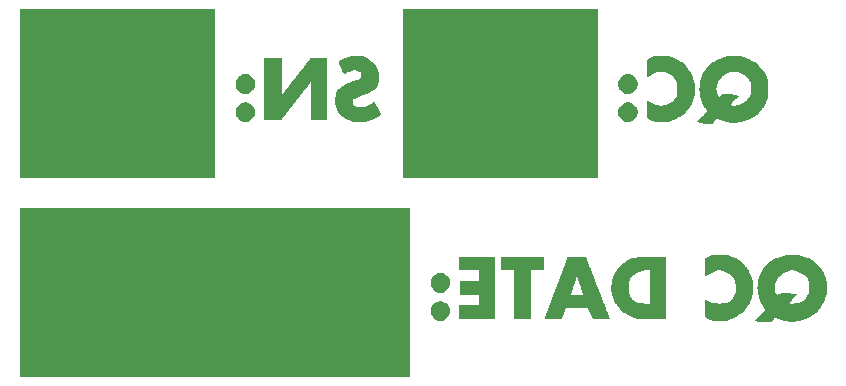
<source format=gbr>
G04 DipTrace 3.3.1.3*
G04 BottomSilk.gbr*
%MOIN*%
G04 #@! TF.FileFunction,Legend,Bot*
G04 #@! TF.Part,Single*
%ADD11C,0.003*%
%FSLAX26Y26*%
G04*
G70*
G90*
G75*
G01*
G04 BotSilk*
%LPD*%
G36*
X557713Y2195008D2*
X1207713D1*
Y1632508D1*
X557713D1*
Y2195008D1*
G37*
G36*
X1832713D2*
X2482713D1*
Y1632508D1*
X1832713D1*
Y2195008D1*
G37*
G36*
X557713Y1532508D2*
X1857713D1*
Y970008D1*
X557713D1*
Y1532508D1*
G37*
X1662713Y2039008D2*
D11*
X1695713D1*
X1651069Y2036008D2*
X1703998D1*
X1371713Y2033008D2*
X1425713D1*
X1524713D2*
X1578713D1*
X1640871D2*
X1711250D1*
X1371713Y2030008D2*
X1425713D1*
X1523098D2*
X1578713D1*
X1632452D2*
X1717036D1*
X1371713Y2027008D2*
X1425713D1*
X1520971D2*
X1578713D1*
X1626064D2*
X1721536D1*
X1371713Y2024008D2*
X1425713D1*
X1518513D2*
X1578713D1*
X1621171D2*
X1725237D1*
X1371713Y2021008D2*
X1425713D1*
X1516088D2*
X1578713D1*
X1619430D2*
X1728532D1*
X1371713Y2018008D2*
X1425713D1*
X1513885D2*
X1578713D1*
X1619639D2*
X1731636D1*
X1371713Y2015008D2*
X1425713D1*
X1511696D2*
X1578713D1*
X1620458D2*
X1734573D1*
X1371713Y2012008D2*
X1425713D1*
X1509335D2*
X1578713D1*
X1621653D2*
X1737194D1*
X1371713Y2009008D2*
X1425713D1*
X1506999D2*
X1578713D1*
X1623034D2*
X1739375D1*
X1371713Y2006008D2*
X1425713D1*
X1504846D2*
X1578713D1*
X1624486D2*
X1741214D1*
X1371713Y2003008D2*
X1425713D1*
X1502669D2*
X1578713D1*
X1625973D2*
X1742856D1*
X1371713Y2000008D2*
X1425713D1*
X1500224D2*
X1578713D1*
X1627465D2*
X1744321D1*
X1371713Y1997008D2*
X1425713D1*
X1497615D2*
X1578713D1*
X1628965D2*
X1745558D1*
X1371713Y1994008D2*
X1425713D1*
X1495127D2*
X1578713D1*
X1630462D2*
X1660429D1*
X1680473D2*
X1746622D1*
X1371713Y1991008D2*
X1425713D1*
X1492899D2*
X1578713D1*
X1631955D2*
X1653175D1*
X1685575D2*
X1747682D1*
X1371713Y1988008D2*
X1425713D1*
X1490689D2*
X1578713D1*
X1633375D2*
X1647375D1*
X1689520D2*
X1748603D1*
X1371713Y1985008D2*
X1425713D1*
X1488231D2*
X1578713D1*
X1634624D2*
X1642783D1*
X1692264D2*
X1749188D1*
X1371713Y1982008D2*
X1425713D1*
X1485618D2*
X1578713D1*
X1635713D2*
X1638713D1*
X1694315D2*
X1749489D1*
X1299713Y1979008D2*
X1314713D1*
X1371713D2*
X1425713D1*
X1483128D2*
X1578713D1*
X1695022D2*
X1749625D1*
X1293943Y1976008D2*
X1320112D1*
X1371713D2*
X1425713D1*
X1480900D2*
X1578713D1*
X1695295D2*
X1749680D1*
X1289232Y1973008D2*
X1324761D1*
X1371713D2*
X1425713D1*
X1478701D2*
X1578713D1*
X1695232D2*
X1749701D1*
X1285477Y1970008D2*
X1328372D1*
X1371713D2*
X1425713D1*
X1476337D2*
X1578713D1*
X1693867D2*
X1749709D1*
X1282578Y1967008D2*
X1331023D1*
X1371713D2*
X1425713D1*
X1474000D2*
X1578713D1*
X1691623D2*
X1749712D1*
X1280534Y1964008D2*
X1332977D1*
X1371713D2*
X1425713D1*
X1471847D2*
X1578713D1*
X1688111D2*
X1749713D1*
X1279080Y1961008D2*
X1334425D1*
X1371713D2*
X1425713D1*
X1469669D2*
X1578713D1*
X1682887D2*
X1749713D1*
X1277850Y1958008D2*
X1335573D1*
X1371713D2*
X1425713D1*
X1467224D2*
X1578713D1*
X1675997D2*
X1749701D1*
X1276862Y1955008D2*
X1336665D1*
X1371713D2*
X1425713D1*
X1464615D2*
X1578713D1*
X1668020D2*
X1749596D1*
X1276252Y1952008D2*
X1337586D1*
X1371713D2*
X1425713D1*
X1462127D2*
X1521827D1*
X1527713D2*
X1578713D1*
X1659583D2*
X1749202D1*
X1275954Y1949008D2*
X1338068D1*
X1371713D2*
X1425713D1*
X1459899D2*
X1519212D1*
X1527713D2*
X1578713D1*
X1651360D2*
X1748378D1*
X1275920Y1946008D2*
X1337989D1*
X1371713D2*
X1425713D1*
X1457701D2*
X1516931D1*
X1527713D2*
X1578713D1*
X1644036D2*
X1747215D1*
X1276246Y1943008D2*
X1337395D1*
X1371713D2*
X1425713D1*
X1455337D2*
X1514700D1*
X1527713D2*
X1578713D1*
X1637882D2*
X1745856D1*
X1276955Y1940008D2*
X1336576D1*
X1371713D2*
X1425713D1*
X1453000D2*
X1512235D1*
X1527713D2*
X1578713D1*
X1632669D2*
X1744309D1*
X1277833Y1937008D2*
X1335680D1*
X1371713D2*
X1425713D1*
X1450847D2*
X1509619D1*
X1527713D2*
X1578713D1*
X1628201D2*
X1742429D1*
X1278853Y1934008D2*
X1334574D1*
X1371713D2*
X1425713D1*
X1448669D2*
X1507129D1*
X1527713D2*
X1578713D1*
X1624384D2*
X1740005D1*
X1280349Y1931008D2*
X1333169D1*
X1371713D2*
X1425713D1*
X1446224D2*
X1504900D1*
X1527713D2*
X1578713D1*
X1621002D2*
X1736942D1*
X1282474Y1928008D2*
X1331258D1*
X1371713D2*
X1425713D1*
X1443615D2*
X1502701D1*
X1527713D2*
X1578713D1*
X1617949D2*
X1733152D1*
X1285152Y1925008D2*
X1328474D1*
X1371713D2*
X1425713D1*
X1441127D2*
X1500337D1*
X1527713D2*
X1578713D1*
X1615369D2*
X1728550D1*
X1288424Y1922008D2*
X1324623D1*
X1371713D2*
X1425725D1*
X1438887D2*
X1498000D1*
X1527713D2*
X1578713D1*
X1613456D2*
X1722997D1*
X1292370Y1919008D2*
X1319866D1*
X1371713D2*
X1425839D1*
X1436563D2*
X1495847D1*
X1527713D2*
X1578713D1*
X1612052D2*
X1716459D1*
X1296713Y1916008D2*
X1314713D1*
X1371713D2*
X1426303D1*
X1433632D2*
X1493669D1*
X1527713D2*
X1578713D1*
X1610841D2*
X1708989D1*
X1371713Y1913008D2*
X1427328D1*
X1429903D2*
X1491224D1*
X1527713D2*
X1578713D1*
X1609859D2*
X1700619D1*
X1371713Y1910008D2*
X1488615D1*
X1527713D2*
X1578713D1*
X1609251D2*
X1691838D1*
X1371713Y1907008D2*
X1486127D1*
X1527713D2*
X1578713D1*
X1608942D2*
X1683587D1*
X1371713Y1904008D2*
X1483899D1*
X1527713D2*
X1578713D1*
X1608803D2*
X1676635D1*
X1371713Y1901008D2*
X1481701D1*
X1527713D2*
X1578713D1*
X1608747D2*
X1671229D1*
X1371713Y1898008D2*
X1479337D1*
X1527713D2*
X1578713D1*
X1608725D2*
X1667387D1*
X1371713Y1895008D2*
X1477000D1*
X1527713D2*
X1578713D1*
X1608717D2*
X1664553D1*
X1371713Y1892008D2*
X1474847D1*
X1527713D2*
X1578713D1*
X1608714D2*
X1663600D1*
X1371713Y1889008D2*
X1472669D1*
X1527713D2*
X1578713D1*
X1608714D2*
X1663088D1*
X1305713Y1886008D2*
X1308713D1*
X1371713D2*
X1470224D1*
X1527713D2*
X1578713D1*
X1608713D2*
X1662871D1*
X1734713D2*
X1737713D1*
X1298107Y1883008D2*
X1315868D1*
X1371713D2*
X1467615D1*
X1527713D2*
X1578713D1*
X1608725D2*
X1662907D1*
X1730562D2*
X1738853D1*
X1291884Y1880008D2*
X1321452D1*
X1371713D2*
X1465127D1*
X1527713D2*
X1578713D1*
X1608830D2*
X1663180D1*
X1726144D2*
X1740142D1*
X1287193Y1877008D2*
X1325749D1*
X1371713D2*
X1462899D1*
X1527713D2*
X1578713D1*
X1609213D2*
X1664738D1*
X1721063D2*
X1741535D1*
X1283911Y1874008D2*
X1329212D1*
X1371713D2*
X1460701D1*
X1527713D2*
X1578713D1*
X1609943D2*
X1669492D1*
X1714213D2*
X1742993D1*
X1281561Y1871008D2*
X1331959D1*
X1371713D2*
X1458337D1*
X1527713D2*
X1578713D1*
X1610818D2*
X1677630D1*
X1703838D2*
X1744484D1*
X1279703Y1868008D2*
X1333935D1*
X1371713D2*
X1456000D1*
X1527713D2*
X1578713D1*
X1611723D2*
X1689974D1*
X1689036D2*
X1746073D1*
X1278165Y1865008D2*
X1335362D1*
X1371713D2*
X1453847D1*
X1527713D2*
X1578713D1*
X1612731D2*
X1747857D1*
X1277003Y1862008D2*
X1336582D1*
X1371713D2*
X1451669D1*
X1527713D2*
X1578713D1*
X1613745D2*
X1749789D1*
X1276310Y1859008D2*
X1337554D1*
X1371713D2*
X1449224D1*
X1527713D2*
X1578713D1*
X1614820D2*
X1751625D1*
X1275964Y1856008D2*
X1338057D1*
X1371713D2*
X1446615D1*
X1527713D2*
X1578713D1*
X1616325D2*
X1753321D1*
X1275823Y1853008D2*
X1337985D1*
X1371713D2*
X1444127D1*
X1527713D2*
X1578713D1*
X1618353D2*
X1754991D1*
X1275866Y1850008D2*
X1337393D1*
X1371713D2*
X1441899D1*
X1527713D2*
X1578713D1*
X1620642D2*
X1756780D1*
X1276237Y1847008D2*
X1336575D1*
X1371713D2*
X1439701D1*
X1527713D2*
X1578713D1*
X1623116D2*
X1758713D1*
X1277064Y1844008D2*
X1335680D1*
X1371713D2*
X1437337D1*
X1527713D2*
X1578713D1*
X1626000D2*
X1755124D1*
X1278330Y1841008D2*
X1334574D1*
X1371713D2*
X1435000D1*
X1527713D2*
X1578713D1*
X1629335D2*
X1750878D1*
X1280070Y1838008D2*
X1333180D1*
X1371713D2*
X1432847D1*
X1527713D2*
X1578713D1*
X1633080D2*
X1745871D1*
X1282347Y1835008D2*
X1331364D1*
X1371713D2*
X1430677D1*
X1527713D2*
X1578713D1*
X1637575D2*
X1740218D1*
X1285099Y1832008D2*
X1328850D1*
X1371713D2*
X1428266D1*
X1527713D2*
X1578713D1*
X1643248D2*
X1733701D1*
X1288404Y1829008D2*
X1325279D1*
X1371713D2*
X1425713D1*
X1527713D2*
X1578713D1*
X1650461D2*
X1725650D1*
X1292364Y1826008D2*
X1320389D1*
X1659199D2*
X1715713D1*
X1296713Y1823008D2*
X1314713D1*
X1668713D2*
X1704713D1*
X2670713Y2039008D2*
X2718713D1*
X2916713D2*
X2955713D1*
X2662195Y2036008D2*
X2727124D1*
X2905431D2*
X2965960D1*
X2655476Y2033008D2*
X2734866D1*
X2895674D2*
X2975215D1*
X2650282Y2030008D2*
X2741754D1*
X2887472D2*
X2983050D1*
X2648124Y2027008D2*
X2747753D1*
X2880653D2*
X2989526D1*
X2647367Y2024008D2*
X2752851D1*
X2874925D2*
X2995207D1*
X2646979Y2021008D2*
X2757331D1*
X2869863D2*
X3000425D1*
X2646813Y2018008D2*
X2761570D1*
X2865230D2*
X3005024D1*
X2646749Y2015008D2*
X2765562D1*
X2861027D2*
X3008945D1*
X2646725Y2012008D2*
X2769161D1*
X2857318D2*
X3012394D1*
X2646717Y2009008D2*
X2772367D1*
X2853967D2*
X3015590D1*
X2646714Y2006008D2*
X2775124D1*
X2850824D2*
X3018668D1*
X2646714Y2003008D2*
X2777462D1*
X2847867D2*
X3021697D1*
X2646713Y2000008D2*
X2779702D1*
X2845226D2*
X3024696D1*
X2646713Y1997008D2*
X2782081D1*
X2842947D2*
X3027594D1*
X2646713Y1994008D2*
X2784412D1*
X2840819D2*
X3030213D1*
X2646713Y1991008D2*
X2786462D1*
X2838735D2*
X3032483D1*
X2646713Y1988008D2*
X2679953D1*
X2705408D2*
X2788246D1*
X2836837D2*
X2924018D1*
X2948420D2*
X3034609D1*
X2646713Y1985008D2*
X2671851D1*
X2714415D2*
X2789879D1*
X2835127D2*
X2914999D1*
X2957532D2*
X3036691D1*
X2646713Y1982008D2*
X2664904D1*
X2721206D2*
X2791430D1*
X2833539D2*
X2908115D1*
X2964706D2*
X3038578D1*
X2574713Y1979008D2*
X2589713D1*
X2646713D2*
X2659128D1*
X2726193D2*
X2792941D1*
X2832094D2*
X2902851D1*
X2970411D2*
X3040193D1*
X2568943Y1976008D2*
X2595112D1*
X2646713D2*
X2654210D1*
X2730093D2*
X2794353D1*
X2830865D2*
X2898603D1*
X2975080D2*
X3041505D1*
X2564232Y1973008D2*
X2599761D1*
X2646713D2*
X2649713D1*
X2733366D2*
X2795569D1*
X2829803D2*
X2895174D1*
X2978877D2*
X3042602D1*
X2560477Y1970008D2*
X2603372D1*
X2736131D2*
X2796626D1*
X2828732D2*
X2892284D1*
X2981920D2*
X3043687D1*
X2557578Y1967008D2*
X2606023D1*
X2738455D2*
X2797695D1*
X2827706D2*
X2889581D1*
X2984371D2*
X3044718D1*
X2555534Y1964008D2*
X2607977D1*
X2740587D2*
X2798721D1*
X2826739D2*
X2887107D1*
X2986556D2*
X3045686D1*
X2554080Y1961008D2*
X2609425D1*
X2742583D2*
X2799687D1*
X2825719D2*
X2884999D1*
X2988572D2*
X3046707D1*
X2552850Y1958008D2*
X2610573D1*
X2744194D2*
X2800707D1*
X2824814D2*
X2883192D1*
X2990190D2*
X3047612D1*
X2551862Y1955008D2*
X2611665D1*
X2745463D2*
X2801612D1*
X2824236D2*
X2881563D1*
X2991462D2*
X3048191D1*
X2551252Y1952008D2*
X2612586D1*
X2746618D2*
X2802191D1*
X2823936D2*
X2880115D1*
X2992618D2*
X3048490D1*
X2550954Y1949008D2*
X2613068D1*
X2747579D2*
X2802490D1*
X2823801D2*
X2878973D1*
X2993579D2*
X3048625D1*
X2550920Y1946008D2*
X2612989D1*
X2748179D2*
X2802625D1*
X2823734D2*
X2878186D1*
X2994179D2*
X3048680D1*
X2551246Y1943008D2*
X2612395D1*
X2748486D2*
X2802680D1*
X2823608D2*
X2877462D1*
X2994486D2*
X3048701D1*
X2551955Y1940008D2*
X2611576D1*
X2748624D2*
X2802701D1*
X2823218D2*
X2876592D1*
X2994624D2*
X3048709D1*
X2552833Y1937008D2*
X2610680D1*
X2748680D2*
X2802709D1*
X2822496D2*
X2875762D1*
X2994680D2*
X3048712D1*
X2553853Y1934008D2*
X2609574D1*
X2748701D2*
X2802712D1*
X2821738D2*
X2875227D1*
X2994701D2*
X3048713D1*
X2555349Y1931008D2*
X2608169D1*
X2748709D2*
X2802713D1*
X2821320D2*
X2875046D1*
X2994709D2*
X3048713D1*
X2557474Y1928008D2*
X2606258D1*
X2748712D2*
X2802713D1*
X2821424D2*
X2875298D1*
X2994712D2*
X3048713D1*
X2560152Y1925008D2*
X2603474D1*
X2748713D2*
X2802713D1*
X2822015D2*
X2875963D1*
X2994701D2*
X3048713D1*
X2563424Y1922008D2*
X2599623D1*
X2748701D2*
X2802713D1*
X2822732D2*
X2876723D1*
X2994596D2*
X3048713D1*
X2567370Y1919008D2*
X2594866D1*
X2748596D2*
X2802713D1*
X2823235D2*
X2877345D1*
X2994202D2*
X3048713D1*
X2571713Y1916008D2*
X2589713D1*
X2748214D2*
X2802701D1*
X2823506D2*
X2878014D1*
X2993378D2*
X3048701D1*
X2747483Y1913008D2*
X2802596D1*
X2823642D2*
X2878988D1*
X2898713D2*
X2922713D1*
X2992215D2*
X3048596D1*
X2746597Y1910008D2*
X2802214D1*
X2823799D2*
X2880423D1*
X2895590D2*
X2936869D1*
X2990867D2*
X3048214D1*
X2745586Y1907008D2*
X2801495D1*
X2824202D2*
X2882639D1*
X2892124D2*
X2949713D1*
X2989426D2*
X3047483D1*
X2744195Y1904008D2*
X2800714D1*
X2824939D2*
X2885885D1*
X2888098D2*
X2946713D1*
X2987940D2*
X3046609D1*
X2742463Y1901008D2*
X2800086D1*
X2825816D2*
X2943713D1*
X2986340D2*
X3045703D1*
X2740619Y1898008D2*
X2799413D1*
X2826723D2*
X2940713D1*
X2984452D2*
X3044695D1*
X2738579Y1895008D2*
X2798462D1*
X2827731D2*
X2937713D1*
X2982115D2*
X3043693D1*
X2736167Y1892008D2*
X2797258D1*
X2828733D2*
X2934713D1*
X2979349D2*
X3042723D1*
X2646713Y1889008D2*
X2649713D1*
X2733357D2*
X2795984D1*
X2829703D2*
X2931713D1*
X2976093D2*
X3041601D1*
X2580713Y1886008D2*
X2583713D1*
X2646713D2*
X2654723D1*
X2729960D2*
X2794812D1*
X2830826D2*
X2928713D1*
X2972190D2*
X3040303D1*
X2573107Y1883008D2*
X2590868D1*
X2646713D2*
X2660228D1*
X2725400D2*
X2793671D1*
X2832124D2*
X2925713D1*
X2967281D2*
X3038900D1*
X2566884Y1880008D2*
X2596452D1*
X2646713D2*
X2667613D1*
X2718481D2*
X2792227D1*
X2833538D2*
X2922713D1*
X2960374D2*
X3037438D1*
X2562193Y1877008D2*
X2600749D1*
X2646713D2*
X2678795D1*
X2707502D2*
X2790475D1*
X2835094D2*
X2919713D1*
X2950068D2*
X3035944D1*
X2558911Y1874008D2*
X2604212D1*
X2646713D2*
X2694515D1*
X2691866D2*
X2788634D1*
X2836865D2*
X2934338D1*
X2935942D2*
X3034353D1*
X2556561Y1871008D2*
X2606959D1*
X2646713D2*
X2786697D1*
X2838803D2*
X3032569D1*
X2554703Y1868008D2*
X2608935D1*
X2646713D2*
X2784679D1*
X2840732D2*
X3030626D1*
X2553165Y1865008D2*
X2610362D1*
X2646713D2*
X2782704D1*
X2842682D2*
X3028684D1*
X2552003Y1862008D2*
X2611582D1*
X2646713D2*
X2780611D1*
X2844481D2*
X3026603D1*
X2551310Y1859008D2*
X2612554D1*
X2646713D2*
X2778190D1*
X2845896D2*
X3024188D1*
X2550964Y1856008D2*
X2613057D1*
X2646713D2*
X2775478D1*
X2845576D2*
X3021489D1*
X2550823Y1853008D2*
X2612985D1*
X2646713D2*
X2772508D1*
X2843682D2*
X3018613D1*
X2550866Y1850008D2*
X2612393D1*
X2646713D2*
X2769169D1*
X2841277D2*
X3015563D1*
X2551237Y1847008D2*
X2611575D1*
X2646713D2*
X2765366D1*
X2838543D2*
X3012190D1*
X2552064Y1844008D2*
X2610680D1*
X2646713D2*
X2761211D1*
X2835651D2*
X3008362D1*
X2553330Y1841008D2*
X2609574D1*
X2646737D2*
X2756843D1*
X2832691D2*
X3004096D1*
X2555070Y1838008D2*
X2608180D1*
X2646983D2*
X2752191D1*
X2829706D2*
X2999356D1*
X2557347Y1835008D2*
X2606364D1*
X2647580D2*
X2746917D1*
X2826711D2*
X2994067D1*
X2560099Y1832008D2*
X2603850D1*
X2650299D2*
X2740652D1*
X2823712D2*
X2877713D1*
X2883898D2*
X2988148D1*
X2563404Y1829008D2*
X2600279D1*
X2656584D2*
X2733291D1*
X2820713D2*
X2874713D1*
X2890970D2*
X2980853D1*
X2567364Y1826008D2*
X2595389D1*
X2664663D2*
X2724828D1*
X2817713D2*
X2871713D1*
X2900496D2*
X2970647D1*
X2571713Y1823008D2*
X2589713D1*
X2673713D2*
X2715713D1*
X2814713D2*
X2868713D1*
X2913543D2*
X2956733D1*
X2827932Y1820008D2*
X2865713D1*
X2928713D2*
X2940713D1*
X2841713Y1817008D2*
X2862713D1*
X2864713Y1376508D2*
X2912713D1*
X3110713D2*
X3149713D1*
X2856195Y1373508D2*
X2921124D1*
X3099431D2*
X3159960D1*
X2021713Y1370508D2*
X2138713D1*
X2159713D2*
X2300713D1*
X2381713D2*
X2441713D1*
X2615713D2*
X2708713D1*
X2849476D2*
X2928866D1*
X3089674D2*
X3169215D1*
X2021713Y1367508D2*
X2138713D1*
X2159713D2*
X2300713D1*
X2381250D2*
X2442188D1*
X2605918D2*
X2708713D1*
X2844282D2*
X2935754D1*
X3081472D2*
X3177050D1*
X2021713Y1364508D2*
X2138713D1*
X2159713D2*
X2300713D1*
X2380494D2*
X2443038D1*
X2597313D2*
X2708713D1*
X2842124D2*
X2941753D1*
X3074653D2*
X3183526D1*
X2021713Y1361508D2*
X2138713D1*
X2159713D2*
X2300713D1*
X2379612D2*
X2444197D1*
X2589978D2*
X2708713D1*
X2841367D2*
X2946851D1*
X3068925D2*
X3189207D1*
X2021713Y1358508D2*
X2138713D1*
X2159713D2*
X2300713D1*
X2378692D2*
X2445452D1*
X2583692D2*
X2708713D1*
X2840979D2*
X2951331D1*
X3063863D2*
X3194425D1*
X2021713Y1355508D2*
X2138713D1*
X2159713D2*
X2300713D1*
X2377590D2*
X2446606D1*
X2578238D2*
X2708713D1*
X2840813D2*
X2955570D1*
X3059230D2*
X3199024D1*
X2021713Y1352508D2*
X2138713D1*
X2159713D2*
X2300713D1*
X2376311D2*
X2447639D1*
X2573393D2*
X2708713D1*
X2840749D2*
X2959562D1*
X3055027D2*
X3202945D1*
X2021713Y1349508D2*
X2138713D1*
X2159713D2*
X2300713D1*
X2375004D2*
X2448700D1*
X2569093D2*
X2708713D1*
X2840725D2*
X2963161D1*
X3051318D2*
X3206394D1*
X2021713Y1346508D2*
X2138713D1*
X2159713D2*
X2300713D1*
X2373831D2*
X2449722D1*
X2565343D2*
X2708713D1*
X2840717D2*
X2966367D1*
X3047967D2*
X3209590D1*
X2021713Y1343508D2*
X2138713D1*
X2159713D2*
X2300713D1*
X2372779D2*
X2450699D1*
X2561976D2*
X2708713D1*
X2840714D2*
X2969124D1*
X3044824D2*
X3212668D1*
X2021713Y1340508D2*
X2138713D1*
X2159713D2*
X2300713D1*
X2371622D2*
X2451824D1*
X2558815D2*
X2708713D1*
X2840714D2*
X2971462D1*
X3041867D2*
X3215697D1*
X2021713Y1337508D2*
X2138713D1*
X2159713D2*
X2300713D1*
X2370322D2*
X2453111D1*
X2555762D2*
X2708713D1*
X2840713D2*
X2973702D1*
X3039226D2*
X3218696D1*
X2021713Y1334508D2*
X2138713D1*
X2159713D2*
X2300713D1*
X2369008D2*
X2454420D1*
X2552844D2*
X2708713D1*
X2840713D2*
X2976081D1*
X3036947D2*
X3221594D1*
X2021713Y1331508D2*
X2138713D1*
X2159713D2*
X2300713D1*
X2367833D2*
X2455594D1*
X2550217D2*
X2708713D1*
X2840713D2*
X2978412D1*
X3034819D2*
X3224213D1*
X2021713Y1328508D2*
X2138713D1*
X2159713D2*
X2300713D1*
X2366792D2*
X2456647D1*
X2547944D2*
X2708713D1*
X2840713D2*
X2980462D1*
X3032735D2*
X3226483D1*
X2087713Y1325508D2*
X2138713D1*
X2204713D2*
X2255713D1*
X2365728D2*
X2457804D1*
X2545818D2*
X2628904D1*
X2657713D2*
X2708713D1*
X2840713D2*
X2873953D1*
X2899408D2*
X2982246D1*
X3030837D2*
X3118018D1*
X3142420D2*
X3228609D1*
X2087713Y1322508D2*
X2138713D1*
X2204713D2*
X2255713D1*
X2364705D2*
X2459104D1*
X2543735D2*
X2619512D1*
X2657713D2*
X2708713D1*
X2840713D2*
X2865851D1*
X2908415D2*
X2983879D1*
X3029127D2*
X3108999D1*
X3151532D2*
X3230691D1*
X2087713Y1319508D2*
X2138713D1*
X2204713D2*
X2255713D1*
X2363727D2*
X2460418D1*
X2541837D2*
X2612002D1*
X2657713D2*
X2708713D1*
X2840713D2*
X2858904D1*
X2915206D2*
X2985430D1*
X3027539D2*
X3102115D1*
X3158706D2*
X3232578D1*
X1949713Y1316508D2*
X1964713D1*
X2087713D2*
X2138713D1*
X2204713D2*
X2255713D1*
X2362602D2*
X2461594D1*
X2540127D2*
X2606246D1*
X2657713D2*
X2708713D1*
X2840713D2*
X2853128D1*
X2920193D2*
X2986941D1*
X3026094D2*
X3096851D1*
X3164411D2*
X3234193D1*
X1943943Y1313508D2*
X1970112D1*
X2087713D2*
X2138713D1*
X2204713D2*
X2255713D1*
X2361315D2*
X2462646D1*
X2538539D2*
X2601823D1*
X2657713D2*
X2708713D1*
X2840713D2*
X2848210D1*
X2924093D2*
X2988353D1*
X3024865D2*
X3092603D1*
X3169080D2*
X3235505D1*
X1939232Y1310508D2*
X1974761D1*
X2087713D2*
X2138713D1*
X2204713D2*
X2255713D1*
X2360006D2*
X2463804D1*
X2537094D2*
X2598271D1*
X2657713D2*
X2708713D1*
X2840713D2*
X2843713D1*
X2927366D2*
X2989569D1*
X3023803D2*
X3089174D1*
X3172877D2*
X3236602D1*
X1935477Y1307508D2*
X1978372D1*
X2087713D2*
X2138713D1*
X2204713D2*
X2255713D1*
X2358832D2*
X2465104D1*
X2535865D2*
X2595379D1*
X2657713D2*
X2708713D1*
X2930131D2*
X2990626D1*
X3022732D2*
X3086284D1*
X3175920D2*
X3237687D1*
X1932578Y1304508D2*
X1981023D1*
X2087713D2*
X2138713D1*
X2204713D2*
X2255713D1*
X2357791D2*
X2466418D1*
X2534803D2*
X2593003D1*
X2657713D2*
X2708713D1*
X2932455D2*
X2991695D1*
X3021706D2*
X3083581D1*
X3178371D2*
X3238718D1*
X1930534Y1301508D2*
X1982977D1*
X2087713D2*
X2138713D1*
X2204713D2*
X2255713D1*
X2356728D2*
X2408250D1*
X2415188D2*
X2467594D1*
X2533743D2*
X2590850D1*
X2657713D2*
X2708713D1*
X2934587D2*
X2992721D1*
X3020739D2*
X3081107D1*
X3180556D2*
X3239686D1*
X1929080Y1298508D2*
X1984425D1*
X2087713D2*
X2138713D1*
X2204713D2*
X2255713D1*
X2355705D2*
X2407494D1*
X2416038D2*
X2468635D1*
X2532811D2*
X2588847D1*
X2657713D2*
X2708713D1*
X2936583D2*
X2993687D1*
X3019719D2*
X3078999D1*
X3182572D2*
X3240707D1*
X1927850Y1295508D2*
X1985573D1*
X2087713D2*
X2138713D1*
X2204713D2*
X2255713D1*
X2354727D2*
X2406612D1*
X2417197D2*
X2469699D1*
X2532121D2*
X2587233D1*
X2657713D2*
X2708713D1*
X2938194D2*
X2994707D1*
X3018814D2*
X3077192D1*
X3184190D2*
X3241612D1*
X1926862Y1292508D2*
X1986665D1*
X2087713D2*
X2138713D1*
X2204713D2*
X2255713D1*
X2353602D2*
X2405704D1*
X2418452D2*
X2470722D1*
X2531438D2*
X2585964D1*
X2657713D2*
X2708713D1*
X2939463D2*
X2995612D1*
X3018236D2*
X3075563D1*
X3185462D2*
X3242191D1*
X1926252Y1289508D2*
X1987586D1*
X2024713D2*
X2138713D1*
X2204713D2*
X2255713D1*
X2352315D2*
X2404695D1*
X2419606D2*
X2471699D1*
X2530584D2*
X2584808D1*
X2657713D2*
X2708713D1*
X2940618D2*
X2996191D1*
X3017936D2*
X3074115D1*
X3186618D2*
X3242490D1*
X1925954Y1286508D2*
X1988068D1*
X2024713D2*
X2138713D1*
X2204713D2*
X2255713D1*
X2351006D2*
X2403693D1*
X2420639D2*
X2472824D1*
X2529759D2*
X2583847D1*
X2657713D2*
X2708713D1*
X2941579D2*
X2996490D1*
X3017801D2*
X3072973D1*
X3187579D2*
X3242625D1*
X1925920Y1283508D2*
X1987989D1*
X2024713D2*
X2138713D1*
X2204713D2*
X2255713D1*
X2349832D2*
X2402735D1*
X2421700D2*
X2474111D1*
X2529214D2*
X2583247D1*
X2657713D2*
X2708713D1*
X2942179D2*
X2996625D1*
X3017734D2*
X3072186D1*
X3188179D2*
X3242680D1*
X1926246Y1280508D2*
X1987395D1*
X2024713D2*
X2138713D1*
X2204713D2*
X2255713D1*
X2348791D2*
X2401706D1*
X2422722D2*
X2475420D1*
X2528929D2*
X2582940D1*
X2657713D2*
X2708713D1*
X2942486D2*
X2996680D1*
X3017608D2*
X3071462D1*
X3188486D2*
X3242701D1*
X1926955Y1277508D2*
X1986576D1*
X2024713D2*
X2138713D1*
X2204713D2*
X2255713D1*
X2347728D2*
X2400697D1*
X2423688D2*
X2476594D1*
X2528799D2*
X2582803D1*
X2657713D2*
X2708713D1*
X2942624D2*
X2996701D1*
X3017218D2*
X3070592D1*
X3188624D2*
X3242709D1*
X1927833Y1274508D2*
X1985680D1*
X2024713D2*
X2138713D1*
X2204713D2*
X2255713D1*
X2346705D2*
X2399736D1*
X2424719D2*
X2477647D1*
X2528745D2*
X2582746D1*
X2657713D2*
X2708713D1*
X2942680D2*
X2996709D1*
X3016496D2*
X3069762D1*
X3188680D2*
X3242712D1*
X1928853Y1271508D2*
X1984574D1*
X2024713D2*
X2138713D1*
X2204713D2*
X2255713D1*
X2345727D2*
X2398706D1*
X2425729D2*
X2478804D1*
X2528725D2*
X2582725D1*
X2657713D2*
X2708713D1*
X2942701D2*
X2996712D1*
X3015738D2*
X3069227D1*
X3188701D2*
X3242713D1*
X1930349Y1268508D2*
X1983169D1*
X2024713D2*
X2138713D1*
X2204713D2*
X2255713D1*
X2344602D2*
X2397697D1*
X2426690D2*
X2480104D1*
X2528717D2*
X2582717D1*
X2657713D2*
X2708713D1*
X2942709D2*
X2996713D1*
X3015320D2*
X3069046D1*
X3188709D2*
X3242713D1*
X1932474Y1265508D2*
X1981258D1*
X2024713D2*
X2138713D1*
X2204713D2*
X2255713D1*
X2343315D2*
X2396736D1*
X2427720D2*
X2481418D1*
X2528714D2*
X2582714D1*
X2657713D2*
X2708713D1*
X2942712D2*
X2996713D1*
X3015424D2*
X3069298D1*
X3188712D2*
X3242713D1*
X1935152Y1262508D2*
X1978474D1*
X2024713D2*
X2138713D1*
X2204713D2*
X2255713D1*
X2342006D2*
X2395706D1*
X2428729D2*
X2482594D1*
X2528714D2*
X2582714D1*
X2657713D2*
X2708713D1*
X2942713D2*
X2996713D1*
X3016015D2*
X3069963D1*
X3188701D2*
X3242713D1*
X1938424Y1259508D2*
X1974623D1*
X2024713D2*
X2138713D1*
X2204713D2*
X2255713D1*
X2340832D2*
X2394697D1*
X2429690D2*
X2483635D1*
X2528725D2*
X2582725D1*
X2657713D2*
X2708713D1*
X2942701D2*
X2996713D1*
X3016732D2*
X3070723D1*
X3188596D2*
X3242713D1*
X1942370Y1256508D2*
X1969866D1*
X2024713D2*
X2138713D1*
X2204713D2*
X2255713D1*
X2339780D2*
X2393724D1*
X2430720D2*
X2484699D1*
X2528830D2*
X2582830D1*
X2657713D2*
X2708713D1*
X2942596D2*
X2996713D1*
X3017235D2*
X3071345D1*
X3188202D2*
X3242713D1*
X1946713Y1253508D2*
X1964713D1*
X2024713D2*
X2138713D1*
X2204713D2*
X2255713D1*
X2338622D2*
X2392589D1*
X2431741D2*
X2485722D1*
X2529213D2*
X2583213D1*
X2657713D2*
X2708713D1*
X2942214D2*
X2996701D1*
X3017506D2*
X3072014D1*
X3187378D2*
X3242701D1*
X2024713Y1250508D2*
X2138713D1*
X2204713D2*
X2255713D1*
X2337322D2*
X2391186D1*
X2432818D2*
X2486699D1*
X2529931D2*
X2583943D1*
X2657713D2*
X2708713D1*
X2941483D2*
X2996596D1*
X3017642D2*
X3072988D1*
X3092713D2*
X3116713D1*
X3186215D2*
X3242596D1*
X2024713Y1247508D2*
X2138713D1*
X2204713D2*
X2255713D1*
X2336008D2*
X2389398D1*
X2434326D2*
X2487824D1*
X2530712D2*
X2584818D1*
X2657713D2*
X2708713D1*
X2940597D2*
X2996214D1*
X3017799D2*
X3074423D1*
X3089590D2*
X3130869D1*
X3184867D2*
X3242214D1*
X2087713Y1244508D2*
X2138713D1*
X2204713D2*
X2255713D1*
X2334833D2*
X2387164D1*
X2436385D2*
X2489111D1*
X2531341D2*
X2585735D1*
X2657713D2*
X2708713D1*
X2939586D2*
X2995495D1*
X3018202D2*
X3076639D1*
X3086124D2*
X3143713D1*
X3183426D2*
X3241483D1*
X2087713Y1241508D2*
X2138713D1*
X2204713D2*
X2255713D1*
X2333792D2*
X2490420D1*
X2532001D2*
X2586849D1*
X2657713D2*
X2708713D1*
X2938195D2*
X2994714D1*
X3018939D2*
X3079885D1*
X3082098D2*
X3140713D1*
X3181940D2*
X3240609D1*
X2087713Y1238508D2*
X2138713D1*
X2204713D2*
X2255713D1*
X2332728D2*
X2491594D1*
X2532859D2*
X2588245D1*
X2657713D2*
X2708713D1*
X2936463D2*
X2994086D1*
X3019816D2*
X3137713D1*
X3180340D2*
X3239703D1*
X2087713Y1235508D2*
X2138713D1*
X2204713D2*
X2255713D1*
X2331705D2*
X2492647D1*
X2533786D2*
X2590038D1*
X2657713D2*
X2708713D1*
X2934619D2*
X2993413D1*
X3020723D2*
X3134713D1*
X3178452D2*
X3238695D1*
X2087713Y1232508D2*
X2138713D1*
X2204713D2*
X2255713D1*
X2330727D2*
X2493804D1*
X2534724D2*
X2592336D1*
X2657713D2*
X2708713D1*
X2932579D2*
X2992462D1*
X3021731D2*
X3131713D1*
X3176115D2*
X3237693D1*
X2087713Y1229508D2*
X2138713D1*
X2204713D2*
X2255713D1*
X2329602D2*
X2495104D1*
X2535833D2*
X2595086D1*
X2657713D2*
X2708713D1*
X2930167D2*
X2991258D1*
X3022733D2*
X3128713D1*
X3173349D2*
X3236723D1*
X2087713Y1226508D2*
X2138713D1*
X2204713D2*
X2255713D1*
X2328315D2*
X2496418D1*
X2537126D2*
X2598336D1*
X2657713D2*
X2708713D1*
X2840713D2*
X2843713D1*
X2927357D2*
X2989984D1*
X3023703D2*
X3125713D1*
X3170093D2*
X3235601D1*
X1955713Y1223508D2*
X1958713D1*
X2087713D2*
X2138713D1*
X2204713D2*
X2255713D1*
X2327006D2*
X2497594D1*
X2538539D2*
X2602238D1*
X2657713D2*
X2708713D1*
X2840713D2*
X2848723D1*
X2923960D2*
X2988812D1*
X3024826D2*
X3122713D1*
X3166190D2*
X3234303D1*
X1948107Y1220508D2*
X1965868D1*
X2087713D2*
X2138713D1*
X2204713D2*
X2255713D1*
X2325832D2*
X2498646D1*
X2540094D2*
X2607193D1*
X2657713D2*
X2708713D1*
X2840713D2*
X2854228D1*
X2919400D2*
X2987671D1*
X3026124D2*
X3119713D1*
X3161281D2*
X3232900D1*
X1941884Y1217508D2*
X1971452D1*
X2087713D2*
X2138713D1*
X2204713D2*
X2255713D1*
X2324791D2*
X2499804D1*
X2541865D2*
X2614556D1*
X2657713D2*
X2708713D1*
X2840713D2*
X2861613D1*
X2912481D2*
X2986227D1*
X3027538D2*
X3116713D1*
X3154374D2*
X3231438D1*
X1937193Y1214508D2*
X1975749D1*
X2087713D2*
X2138713D1*
X2204713D2*
X2255713D1*
X2323728D2*
X2501104D1*
X2543803D2*
X2626717D1*
X2657713D2*
X2708713D1*
X2840713D2*
X2872795D1*
X2901502D2*
X2984475D1*
X3029094D2*
X3113713D1*
X3144068D2*
X3229944D1*
X1933911Y1211508D2*
X1979212D1*
X2087713D2*
X2138713D1*
X2204713D2*
X2255713D1*
X2322705D2*
X2502418D1*
X2545743D2*
X2644945D1*
X2657713D2*
X2708713D1*
X2840713D2*
X2888515D1*
X2885866D2*
X2982634D1*
X3030865D2*
X3128338D1*
X3129942D2*
X3228353D1*
X1931561Y1208508D2*
X1981959D1*
X2021713D2*
X2138713D1*
X2204713D2*
X2255713D1*
X2321727D2*
X2503594D1*
X2547823D2*
X2708713D1*
X2840713D2*
X2980697D1*
X3032803D2*
X3226569D1*
X1929703Y1205508D2*
X1983935D1*
X2021713D2*
X2138713D1*
X2204713D2*
X2255713D1*
X2320602D2*
X2504635D1*
X2550239D2*
X2708713D1*
X2840713D2*
X2978679D1*
X3034732D2*
X3224626D1*
X1928165Y1202508D2*
X1985362D1*
X2021713D2*
X2138713D1*
X2204713D2*
X2255713D1*
X2319315D2*
X2505699D1*
X2552937D2*
X2708713D1*
X2840713D2*
X2976704D1*
X3036682D2*
X3222684D1*
X1927003Y1199508D2*
X1986582D1*
X2021713D2*
X2138713D1*
X2204713D2*
X2255713D1*
X2318006D2*
X2372250D1*
X2450135D2*
X2506722D1*
X2555802D2*
X2708713D1*
X2840713D2*
X2974611D1*
X3038481D2*
X3220603D1*
X1926310Y1196508D2*
X1987554D1*
X2021713D2*
X2138713D1*
X2204713D2*
X2255713D1*
X2316832D2*
X2371494D1*
X2451995D2*
X2507699D1*
X2558746D2*
X2708713D1*
X2840713D2*
X2972190D1*
X3039896D2*
X3218188D1*
X1925964Y1193508D2*
X1988057D1*
X2021713D2*
X2138713D1*
X2204713D2*
X2255713D1*
X2315791D2*
X2370612D1*
X2453394D2*
X2508824D1*
X2561737D2*
X2708713D1*
X2840713D2*
X2969478D1*
X3039576D2*
X3215489D1*
X1925823Y1190508D2*
X1987985D1*
X2021713D2*
X2138713D1*
X2204713D2*
X2255713D1*
X2314728D2*
X2369704D1*
X2454705D2*
X2510111D1*
X2564846D2*
X2708713D1*
X2840713D2*
X2966508D1*
X3037682D2*
X3212613D1*
X1925866Y1187508D2*
X1987393D1*
X2021713D2*
X2138713D1*
X2204713D2*
X2255713D1*
X2313705D2*
X2368695D1*
X2456067D2*
X2511420D1*
X2568331D2*
X2708713D1*
X2840713D2*
X2963169D1*
X3035277D2*
X3209563D1*
X1926237Y1184508D2*
X1986575D1*
X2021713D2*
X2138713D1*
X2204713D2*
X2255713D1*
X2312727D2*
X2367693D1*
X2457405D2*
X2512594D1*
X2572455D2*
X2708713D1*
X2840713D2*
X2959366D1*
X3032543D2*
X3206190D1*
X1927064Y1181508D2*
X1985680D1*
X2021713D2*
X2138713D1*
X2204713D2*
X2255713D1*
X2311602D2*
X2366723D1*
X2458589D2*
X2513647D1*
X2577165D2*
X2708713D1*
X2840713D2*
X2955211D1*
X3029651D2*
X3202362D1*
X1928330Y1178508D2*
X1984574D1*
X2021713D2*
X2138713D1*
X2204713D2*
X2255713D1*
X2310315D2*
X2365601D1*
X2459645D2*
X2514804D1*
X2582374D2*
X2708713D1*
X2840737D2*
X2950843D1*
X3026691D2*
X3198096D1*
X1930070Y1175508D2*
X1983180D1*
X2021713D2*
X2138713D1*
X2204713D2*
X2255713D1*
X2309017D2*
X2364312D1*
X2460813D2*
X2516106D1*
X2588455D2*
X2708713D1*
X2840983D2*
X2946191D1*
X3023706D2*
X3193356D1*
X1932347Y1172508D2*
X1981364D1*
X2021713D2*
X2138713D1*
X2204713D2*
X2255713D1*
X2307940D2*
X2362988D1*
X2462202D2*
X2517436D1*
X2596013D2*
X2708713D1*
X2841580D2*
X2940917D1*
X3020711D2*
X3188067D1*
X1935099Y1169508D2*
X1978850D1*
X2021713D2*
X2138713D1*
X2204713D2*
X2255713D1*
X2307231D2*
X2361779D1*
X2463859D2*
X2518646D1*
X2605332D2*
X2708713D1*
X2844299D2*
X2934652D1*
X3017712D2*
X3071713D1*
X3077898D2*
X3182148D1*
X1938404Y1166508D2*
X1975279D1*
X2021713D2*
X2138713D1*
X2204713D2*
X2255713D1*
X2306713D2*
X2360713D1*
X2465713D2*
X2519713D1*
X2615713D2*
X2708713D1*
X2850584D2*
X2927291D1*
X3014713D2*
X3068713D1*
X3084970D2*
X3174853D1*
X1942364Y1163508D2*
X1970389D1*
X2858663D2*
X2918828D1*
X3011713D2*
X3065713D1*
X3094496D2*
X3164647D1*
X1946713Y1160508D2*
X1964713D1*
X2867713D2*
X2909713D1*
X3008713D2*
X3062713D1*
X3107543D2*
X3150733D1*
X3021932Y1157508D2*
X3059713D1*
X3122713D2*
X3134713D1*
X3035713Y1154508D2*
X3056713D1*
X1662713Y2039008D2*
X1651069Y2036008D1*
X1640871Y2033008D1*
X1632452Y2030008D1*
X1626064Y2027008D1*
X1621171Y2024008D1*
X1619430Y2021008D1*
X1619639Y2018008D1*
X1620458Y2015008D1*
X1621653Y2012008D1*
X1623034Y2009008D1*
X1624486Y2006008D1*
X1625973Y2003008D1*
X1627465Y2000008D1*
X1628965Y1997008D1*
X1630462Y1994008D1*
X1631955Y1991008D1*
X1633375Y1988008D1*
X1634624Y1985008D1*
X1635713Y1982008D1*
X1695713Y2039008D2*
X1703998Y2036008D1*
X1711250Y2033008D1*
X1717036Y2030008D1*
X1721536Y2027008D1*
X1725237Y2024008D1*
X1728532Y2021008D1*
X1731636Y2018008D1*
X1734573Y2015008D1*
X1737194Y2012008D1*
X1739375Y2009008D1*
X1741214Y2006008D1*
X1742856Y2003008D1*
X1744321Y2000008D1*
X1745558Y1997008D1*
X1746622Y1994008D1*
X1747682Y1991008D1*
X1748603Y1988008D1*
X1749188Y1985008D1*
X1749489Y1982008D1*
X1749625Y1979008D1*
X1749680Y1976008D1*
X1749701Y1973008D1*
X1749709Y1970008D1*
X1749712Y1967008D1*
X1749713Y1964008D1*
Y1961008D1*
X1749701Y1958008D1*
X1749596Y1955008D1*
X1749202Y1952008D1*
X1748378Y1949008D1*
X1747215Y1946008D1*
X1745856Y1943008D1*
X1744309Y1940008D1*
X1742429Y1937008D1*
X1740005Y1934008D1*
X1736942Y1931008D1*
X1733152Y1928008D1*
X1728550Y1925008D1*
X1722997Y1922008D1*
X1716459Y1919008D1*
X1708989Y1916008D1*
X1700619Y1913008D1*
X1691838Y1910008D1*
X1683587Y1907008D1*
X1676635Y1904008D1*
X1671229Y1901008D1*
X1667387Y1898008D1*
X1664553Y1895008D1*
X1663600Y1892008D1*
X1663088Y1889008D1*
X1662871Y1886008D1*
X1662907Y1883008D1*
X1663180Y1880008D1*
X1664738Y1877008D1*
X1669492Y1874008D1*
X1677630Y1871008D1*
X1689974Y1868008D1*
X1704713Y1865008D1*
X1371713Y2033008D2*
Y2030008D1*
Y2027008D1*
Y2024008D1*
Y2021008D1*
Y2018008D1*
Y2015008D1*
Y2012008D1*
Y2009008D1*
Y2006008D1*
Y2003008D1*
Y2000008D1*
Y1997008D1*
Y1994008D1*
Y1991008D1*
Y1988008D1*
Y1985008D1*
Y1982008D1*
Y1979008D1*
Y1976008D1*
Y1973008D1*
Y1970008D1*
Y1967008D1*
Y1964008D1*
Y1961008D1*
Y1958008D1*
Y1955008D1*
Y1952008D1*
Y1949008D1*
Y1946008D1*
Y1943008D1*
Y1940008D1*
Y1937008D1*
Y1934008D1*
Y1931008D1*
Y1928008D1*
Y1925008D1*
Y1922008D1*
Y1919008D1*
Y1916008D1*
Y1913008D1*
Y1910008D1*
Y1907008D1*
Y1904008D1*
Y1901008D1*
Y1898008D1*
Y1895008D1*
Y1892008D1*
Y1889008D1*
Y1886008D1*
Y1883008D1*
Y1880008D1*
Y1877008D1*
Y1874008D1*
Y1871008D1*
Y1868008D1*
Y1865008D1*
Y1862008D1*
Y1859008D1*
Y1856008D1*
Y1853008D1*
Y1850008D1*
Y1847008D1*
Y1844008D1*
Y1841008D1*
Y1838008D1*
Y1835008D1*
Y1832008D1*
Y1829008D1*
X1425713Y2033008D2*
Y2030008D1*
Y2027008D1*
Y2024008D1*
Y2021008D1*
Y2018008D1*
Y2015008D1*
Y2012008D1*
Y2009008D1*
Y2006008D1*
Y2003008D1*
Y2000008D1*
Y1997008D1*
Y1994008D1*
Y1991008D1*
Y1988008D1*
Y1985008D1*
Y1982008D1*
Y1979008D1*
Y1976008D1*
Y1973008D1*
Y1970008D1*
Y1967008D1*
Y1964008D1*
Y1961008D1*
Y1958008D1*
Y1955008D1*
Y1952008D1*
Y1949008D1*
Y1946008D1*
Y1943008D1*
Y1940008D1*
Y1937008D1*
Y1934008D1*
Y1931008D1*
Y1928008D1*
Y1925008D1*
X1425725Y1922008D1*
X1425839Y1919008D1*
X1426303Y1916008D1*
X1427328Y1913008D1*
X1428713Y1910008D1*
X1524713Y2033008D2*
X1523098Y2030008D1*
X1520971Y2027008D1*
X1518513Y2024008D1*
X1516088Y2021008D1*
X1513885Y2018008D1*
X1511696Y2015008D1*
X1509335Y2012008D1*
X1506999Y2009008D1*
X1504846Y2006008D1*
X1502669Y2003008D1*
X1500224Y2000008D1*
X1497615Y1997008D1*
X1495127Y1994008D1*
X1492899Y1991008D1*
X1490689Y1988008D1*
X1488231Y1985008D1*
X1485618Y1982008D1*
X1483128Y1979008D1*
X1480900Y1976008D1*
X1478701Y1973008D1*
X1476337Y1970008D1*
X1474000Y1967008D1*
X1471847Y1964008D1*
X1469669Y1961008D1*
X1467224Y1958008D1*
X1464615Y1955008D1*
X1462127Y1952008D1*
X1459899Y1949008D1*
X1457701Y1946008D1*
X1455337Y1943008D1*
X1453000Y1940008D1*
X1450847Y1937008D1*
X1448669Y1934008D1*
X1446224Y1931008D1*
X1443615Y1928008D1*
X1441127Y1925008D1*
X1438887Y1922008D1*
X1436563Y1919008D1*
X1433632Y1916008D1*
X1429903Y1913008D1*
X1425713Y1910008D1*
X1578713Y2033008D2*
Y2030008D1*
Y2027008D1*
Y2024008D1*
Y2021008D1*
Y2018008D1*
Y2015008D1*
Y2012008D1*
Y2009008D1*
Y2006008D1*
Y2003008D1*
Y2000008D1*
Y1997008D1*
Y1994008D1*
Y1991008D1*
Y1988008D1*
Y1985008D1*
Y1982008D1*
Y1979008D1*
Y1976008D1*
Y1973008D1*
Y1970008D1*
Y1967008D1*
Y1964008D1*
Y1961008D1*
Y1958008D1*
Y1955008D1*
Y1952008D1*
Y1949008D1*
Y1946008D1*
Y1943008D1*
Y1940008D1*
Y1937008D1*
Y1934008D1*
Y1931008D1*
Y1928008D1*
Y1925008D1*
Y1922008D1*
Y1919008D1*
Y1916008D1*
Y1913008D1*
Y1910008D1*
Y1907008D1*
Y1904008D1*
Y1901008D1*
Y1898008D1*
Y1895008D1*
Y1892008D1*
Y1889008D1*
Y1886008D1*
Y1883008D1*
Y1880008D1*
Y1877008D1*
Y1874008D1*
Y1871008D1*
Y1868008D1*
Y1865008D1*
Y1862008D1*
Y1859008D1*
Y1856008D1*
Y1853008D1*
Y1850008D1*
Y1847008D1*
Y1844008D1*
Y1841008D1*
Y1838008D1*
Y1835008D1*
Y1832008D1*
Y1829008D1*
X1668713Y1997008D2*
X1660429Y1994008D1*
X1653175Y1991008D1*
X1647375Y1988008D1*
X1642783Y1985008D1*
X1638713Y1982008D1*
X1674713Y1997008D2*
X1680473Y1994008D1*
X1685575Y1991008D1*
X1689520Y1988008D1*
X1692264Y1985008D1*
X1694315Y1982008D1*
X1695022Y1979008D1*
X1695295Y1976008D1*
X1695232Y1973008D1*
X1693867Y1970008D1*
X1691623Y1967008D1*
X1688111Y1964008D1*
X1682887Y1961008D1*
X1675997Y1958008D1*
X1668020Y1955008D1*
X1659583Y1952008D1*
X1651360Y1949008D1*
X1644036Y1946008D1*
X1637882Y1943008D1*
X1632669Y1940008D1*
X1628201Y1937008D1*
X1624384Y1934008D1*
X1621002Y1931008D1*
X1617949Y1928008D1*
X1615369Y1925008D1*
X1613456Y1922008D1*
X1612052Y1919008D1*
X1610841Y1916008D1*
X1609859Y1913008D1*
X1609251Y1910008D1*
X1608942Y1907008D1*
X1608803Y1904008D1*
X1608747Y1901008D1*
X1608725Y1898008D1*
X1608717Y1895008D1*
X1608714Y1892008D1*
Y1889008D1*
X1608713Y1886008D1*
X1608725Y1883008D1*
X1608830Y1880008D1*
X1609213Y1877008D1*
X1609943Y1874008D1*
X1610818Y1871008D1*
X1611723Y1868008D1*
X1612731Y1865008D1*
X1613745Y1862008D1*
X1614820Y1859008D1*
X1616325Y1856008D1*
X1618353Y1853008D1*
X1620642Y1850008D1*
X1623116Y1847008D1*
X1626000Y1844008D1*
X1629335Y1841008D1*
X1633080Y1838008D1*
X1637575Y1835008D1*
X1643248Y1832008D1*
X1650461Y1829008D1*
X1659199Y1826008D1*
X1668713Y1823008D1*
X1299713Y1979008D2*
X1293943Y1976008D1*
X1289232Y1973008D1*
X1285477Y1970008D1*
X1282578Y1967008D1*
X1280534Y1964008D1*
X1279080Y1961008D1*
X1277850Y1958008D1*
X1276862Y1955008D1*
X1276252Y1952008D1*
X1275954Y1949008D1*
X1275920Y1946008D1*
X1276246Y1943008D1*
X1276955Y1940008D1*
X1277833Y1937008D1*
X1278853Y1934008D1*
X1280349Y1931008D1*
X1282474Y1928008D1*
X1285152Y1925008D1*
X1288424Y1922008D1*
X1292370Y1919008D1*
X1296713Y1916008D1*
X1314713Y1979008D2*
X1320112Y1976008D1*
X1324761Y1973008D1*
X1328372Y1970008D1*
X1331023Y1967008D1*
X1332977Y1964008D1*
X1334425Y1961008D1*
X1335573Y1958008D1*
X1336665Y1955008D1*
X1337586Y1952008D1*
X1338068Y1949008D1*
X1337989Y1946008D1*
X1337395Y1943008D1*
X1336576Y1940008D1*
X1335680Y1937008D1*
X1334574Y1934008D1*
X1333169Y1931008D1*
X1331258Y1928008D1*
X1328474Y1925008D1*
X1324623Y1922008D1*
X1319866Y1919008D1*
X1314713Y1916008D1*
X1524713Y1955008D2*
X1521827Y1952008D1*
X1519212Y1949008D1*
X1516931Y1946008D1*
X1514700Y1943008D1*
X1512235Y1940008D1*
X1509619Y1937008D1*
X1507129Y1934008D1*
X1504900Y1931008D1*
X1502701Y1928008D1*
X1500337Y1925008D1*
X1498000Y1922008D1*
X1495847Y1919008D1*
X1493669Y1916008D1*
X1491224Y1913008D1*
X1488615Y1910008D1*
X1486127Y1907008D1*
X1483899Y1904008D1*
X1481701Y1901008D1*
X1479337Y1898008D1*
X1477000Y1895008D1*
X1474847Y1892008D1*
X1472669Y1889008D1*
X1470224Y1886008D1*
X1467615Y1883008D1*
X1465127Y1880008D1*
X1462899Y1877008D1*
X1460701Y1874008D1*
X1458337Y1871008D1*
X1456000Y1868008D1*
X1453847Y1865008D1*
X1451669Y1862008D1*
X1449224Y1859008D1*
X1446615Y1856008D1*
X1444127Y1853008D1*
X1441899Y1850008D1*
X1439701Y1847008D1*
X1437337Y1844008D1*
X1435000Y1841008D1*
X1432847Y1838008D1*
X1430677Y1835008D1*
X1428266Y1832008D1*
X1425713Y1829008D1*
X1527713Y1955008D2*
Y1952008D1*
Y1949008D1*
Y1946008D1*
Y1943008D1*
Y1940008D1*
Y1937008D1*
Y1934008D1*
Y1931008D1*
Y1928008D1*
Y1925008D1*
Y1922008D1*
Y1919008D1*
Y1916008D1*
Y1913008D1*
Y1910008D1*
Y1907008D1*
Y1904008D1*
Y1901008D1*
Y1898008D1*
Y1895008D1*
Y1892008D1*
Y1889008D1*
Y1886008D1*
Y1883008D1*
Y1880008D1*
Y1877008D1*
Y1874008D1*
Y1871008D1*
Y1868008D1*
Y1865008D1*
Y1862008D1*
Y1859008D1*
Y1856008D1*
Y1853008D1*
Y1850008D1*
Y1847008D1*
Y1844008D1*
Y1841008D1*
Y1838008D1*
Y1835008D1*
Y1832008D1*
Y1829008D1*
X1305713Y1886008D2*
X1298107Y1883008D1*
X1291884Y1880008D1*
X1287193Y1877008D1*
X1283911Y1874008D1*
X1281561Y1871008D1*
X1279703Y1868008D1*
X1278165Y1865008D1*
X1277003Y1862008D1*
X1276310Y1859008D1*
X1275964Y1856008D1*
X1275823Y1853008D1*
X1275866Y1850008D1*
X1276237Y1847008D1*
X1277064Y1844008D1*
X1278330Y1841008D1*
X1280070Y1838008D1*
X1282347Y1835008D1*
X1285099Y1832008D1*
X1288404Y1829008D1*
X1292364Y1826008D1*
X1296713Y1823008D1*
X1308713Y1886008D2*
X1315868Y1883008D1*
X1321452Y1880008D1*
X1325749Y1877008D1*
X1329212Y1874008D1*
X1331959Y1871008D1*
X1333935Y1868008D1*
X1335362Y1865008D1*
X1336582Y1862008D1*
X1337554Y1859008D1*
X1338057Y1856008D1*
X1337985Y1853008D1*
X1337393Y1850008D1*
X1336575Y1847008D1*
X1335680Y1844008D1*
X1334574Y1841008D1*
X1333180Y1838008D1*
X1331364Y1835008D1*
X1328850Y1832008D1*
X1325279Y1829008D1*
X1320389Y1826008D1*
X1314713Y1823008D1*
X1734713Y1886008D2*
X1730562Y1883008D1*
X1726144Y1880008D1*
X1721063Y1877008D1*
X1714213Y1874008D1*
X1703838Y1871008D1*
X1689036Y1868008D1*
X1671713Y1865008D1*
X1737713Y1886008D2*
X1738853Y1883008D1*
X1740142Y1880008D1*
X1741535Y1877008D1*
X1742993Y1874008D1*
X1744484Y1871008D1*
X1746073Y1868008D1*
X1747857Y1865008D1*
X1749789Y1862008D1*
X1751625Y1859008D1*
X1753321Y1856008D1*
X1754991Y1853008D1*
X1756780Y1850008D1*
X1758713Y1847008D1*
X1755124Y1844008D1*
X1750878Y1841008D1*
X1745871Y1838008D1*
X1740218Y1835008D1*
X1733701Y1832008D1*
X1725650Y1829008D1*
X1715713Y1826008D1*
X1704713Y1823008D1*
X2670713Y2039008D2*
X2662195Y2036008D1*
X2655476Y2033008D1*
X2650282Y2030008D1*
X2648124Y2027008D1*
X2647367Y2024008D1*
X2646979Y2021008D1*
X2646813Y2018008D1*
X2646749Y2015008D1*
X2646725Y2012008D1*
X2646717Y2009008D1*
X2646714Y2006008D1*
Y2003008D1*
X2646713Y2000008D1*
Y1997008D1*
Y1994008D1*
Y1991008D1*
Y1988008D1*
Y1985008D1*
Y1982008D1*
Y1979008D1*
Y1976008D1*
Y1973008D1*
X2718713Y2039008D2*
X2727124Y2036008D1*
X2734866Y2033008D1*
X2741754Y2030008D1*
X2747753Y2027008D1*
X2752851Y2024008D1*
X2757331Y2021008D1*
X2761570Y2018008D1*
X2765562Y2015008D1*
X2769161Y2012008D1*
X2772367Y2009008D1*
X2775124Y2006008D1*
X2777462Y2003008D1*
X2779702Y2000008D1*
X2782081Y1997008D1*
X2784412Y1994008D1*
X2786462Y1991008D1*
X2788246Y1988008D1*
X2789879Y1985008D1*
X2791430Y1982008D1*
X2792941Y1979008D1*
X2794353Y1976008D1*
X2795569Y1973008D1*
X2796626Y1970008D1*
X2797695Y1967008D1*
X2798721Y1964008D1*
X2799687Y1961008D1*
X2800707Y1958008D1*
X2801612Y1955008D1*
X2802191Y1952008D1*
X2802490Y1949008D1*
X2802625Y1946008D1*
X2802680Y1943008D1*
X2802701Y1940008D1*
X2802709Y1937008D1*
X2802712Y1934008D1*
X2802713Y1931008D1*
Y1928008D1*
Y1925008D1*
Y1922008D1*
Y1919008D1*
X2802701Y1916008D1*
X2802596Y1913008D1*
X2802214Y1910008D1*
X2801495Y1907008D1*
X2800714Y1904008D1*
X2800086Y1901008D1*
X2799413Y1898008D1*
X2798462Y1895008D1*
X2797258Y1892008D1*
X2795984Y1889008D1*
X2794812Y1886008D1*
X2793671Y1883008D1*
X2792227Y1880008D1*
X2790475Y1877008D1*
X2788634Y1874008D1*
X2786697Y1871008D1*
X2784679Y1868008D1*
X2782704Y1865008D1*
X2780611Y1862008D1*
X2778190Y1859008D1*
X2775478Y1856008D1*
X2772508Y1853008D1*
X2769169Y1850008D1*
X2765366Y1847008D1*
X2761211Y1844008D1*
X2756843Y1841008D1*
X2752191Y1838008D1*
X2746917Y1835008D1*
X2740652Y1832008D1*
X2733291Y1829008D1*
X2724828Y1826008D1*
X2715713Y1823008D1*
X2916713Y2039008D2*
X2905431Y2036008D1*
X2895674Y2033008D1*
X2887472Y2030008D1*
X2880653Y2027008D1*
X2874925Y2024008D1*
X2869863Y2021008D1*
X2865230Y2018008D1*
X2861027Y2015008D1*
X2857318Y2012008D1*
X2853967Y2009008D1*
X2850824Y2006008D1*
X2847867Y2003008D1*
X2845226Y2000008D1*
X2842947Y1997008D1*
X2840819Y1994008D1*
X2838735Y1991008D1*
X2836837Y1988008D1*
X2835127Y1985008D1*
X2833539Y1982008D1*
X2832094Y1979008D1*
X2830865Y1976008D1*
X2829803Y1973008D1*
X2828732Y1970008D1*
X2827706Y1967008D1*
X2826739Y1964008D1*
X2825719Y1961008D1*
X2824814Y1958008D1*
X2824236Y1955008D1*
X2823936Y1952008D1*
X2823801Y1949008D1*
X2823734Y1946008D1*
X2823608Y1943008D1*
X2823218Y1940008D1*
X2822496Y1937008D1*
X2821738Y1934008D1*
X2821320Y1931008D1*
X2821424Y1928008D1*
X2822015Y1925008D1*
X2822732Y1922008D1*
X2823235Y1919008D1*
X2823506Y1916008D1*
X2823642Y1913008D1*
X2823799Y1910008D1*
X2824202Y1907008D1*
X2824939Y1904008D1*
X2825816Y1901008D1*
X2826723Y1898008D1*
X2827731Y1895008D1*
X2828733Y1892008D1*
X2829703Y1889008D1*
X2830826Y1886008D1*
X2832124Y1883008D1*
X2833538Y1880008D1*
X2835094Y1877008D1*
X2836865Y1874008D1*
X2838803Y1871008D1*
X2840732Y1868008D1*
X2842682Y1865008D1*
X2844481Y1862008D1*
X2845896Y1859008D1*
X2845576Y1856008D1*
X2843682Y1853008D1*
X2841277Y1850008D1*
X2838543Y1847008D1*
X2835651Y1844008D1*
X2832691Y1841008D1*
X2829706Y1838008D1*
X2826711Y1835008D1*
X2823712Y1832008D1*
X2820713Y1829008D1*
X2817713Y1826008D1*
X2814713Y1823008D1*
X2827932Y1820008D1*
X2841713Y1817008D1*
X2955713Y2039008D2*
X2965960Y2036008D1*
X2975215Y2033008D1*
X2983050Y2030008D1*
X2989526Y2027008D1*
X2995207Y2024008D1*
X3000425Y2021008D1*
X3005024Y2018008D1*
X3008945Y2015008D1*
X3012394Y2012008D1*
X3015590Y2009008D1*
X3018668Y2006008D1*
X3021697Y2003008D1*
X3024696Y2000008D1*
X3027594Y1997008D1*
X3030213Y1994008D1*
X3032483Y1991008D1*
X3034609Y1988008D1*
X3036691Y1985008D1*
X3038578Y1982008D1*
X3040193Y1979008D1*
X3041505Y1976008D1*
X3042602Y1973008D1*
X3043687Y1970008D1*
X3044718Y1967008D1*
X3045686Y1964008D1*
X3046707Y1961008D1*
X3047612Y1958008D1*
X3048191Y1955008D1*
X3048490Y1952008D1*
X3048625Y1949008D1*
X3048680Y1946008D1*
X3048701Y1943008D1*
X3048709Y1940008D1*
X3048712Y1937008D1*
X3048713Y1934008D1*
Y1931008D1*
Y1928008D1*
Y1925008D1*
Y1922008D1*
Y1919008D1*
X3048701Y1916008D1*
X3048596Y1913008D1*
X3048214Y1910008D1*
X3047483Y1907008D1*
X3046609Y1904008D1*
X3045703Y1901008D1*
X3044695Y1898008D1*
X3043693Y1895008D1*
X3042723Y1892008D1*
X3041601Y1889008D1*
X3040303Y1886008D1*
X3038900Y1883008D1*
X3037438Y1880008D1*
X3035944Y1877008D1*
X3034353Y1874008D1*
X3032569Y1871008D1*
X3030626Y1868008D1*
X3028684Y1865008D1*
X3026603Y1862008D1*
X3024188Y1859008D1*
X3021489Y1856008D1*
X3018613Y1853008D1*
X3015563Y1850008D1*
X3012190Y1847008D1*
X3008362Y1844008D1*
X3004096Y1841008D1*
X2999356Y1838008D1*
X2994067Y1835008D1*
X2988148Y1832008D1*
X2980853Y1829008D1*
X2970647Y1826008D1*
X2956733Y1823008D1*
X2940713Y1820008D1*
X2688713Y1991008D2*
X2679953Y1988008D1*
X2671851Y1985008D1*
X2664904Y1982008D1*
X2659128Y1979008D1*
X2654210Y1976008D1*
X2649713Y1973008D1*
X2694713Y1991008D2*
X2705408Y1988008D1*
X2714415Y1985008D1*
X2721206Y1982008D1*
X2726193Y1979008D1*
X2730093Y1976008D1*
X2733366Y1973008D1*
X2736131Y1970008D1*
X2738455Y1967008D1*
X2740587Y1964008D1*
X2742583Y1961008D1*
X2744194Y1958008D1*
X2745463Y1955008D1*
X2746618Y1952008D1*
X2747579Y1949008D1*
X2748179Y1946008D1*
X2748486Y1943008D1*
X2748624Y1940008D1*
X2748680Y1937008D1*
X2748701Y1934008D1*
X2748709Y1931008D1*
X2748712Y1928008D1*
X2748713Y1925008D1*
X2748701Y1922008D1*
X2748596Y1919008D1*
X2748214Y1916008D1*
X2747483Y1913008D1*
X2746597Y1910008D1*
X2745586Y1907008D1*
X2744195Y1904008D1*
X2742463Y1901008D1*
X2740619Y1898008D1*
X2738579Y1895008D1*
X2736167Y1892008D1*
X2733357Y1889008D1*
X2729960Y1886008D1*
X2725400Y1883008D1*
X2718481Y1880008D1*
X2707502Y1877008D1*
X2691866Y1874008D1*
X2673713Y1871008D1*
X2934713Y1991008D2*
X2924018Y1988008D1*
X2914999Y1985008D1*
X2908115Y1982008D1*
X2902851Y1979008D1*
X2898603Y1976008D1*
X2895174Y1973008D1*
X2892284Y1970008D1*
X2889581Y1967008D1*
X2887107Y1964008D1*
X2884999Y1961008D1*
X2883192Y1958008D1*
X2881563Y1955008D1*
X2880115Y1952008D1*
X2878973Y1949008D1*
X2878186Y1946008D1*
X2877462Y1943008D1*
X2876592Y1940008D1*
X2875762Y1937008D1*
X2875227Y1934008D1*
X2875046Y1931008D1*
X2875298Y1928008D1*
X2875963Y1925008D1*
X2876723Y1922008D1*
X2877345Y1919008D1*
X2878014Y1916008D1*
X2878988Y1913008D1*
X2880423Y1910008D1*
X2882639Y1907008D1*
X2885885Y1904008D1*
X2889713Y1901008D1*
X2937713Y1991008D2*
X2948420Y1988008D1*
X2957532Y1985008D1*
X2964706Y1982008D1*
X2970411Y1979008D1*
X2975080Y1976008D1*
X2978877Y1973008D1*
X2981920Y1970008D1*
X2984371Y1967008D1*
X2986556Y1964008D1*
X2988572Y1961008D1*
X2990190Y1958008D1*
X2991462Y1955008D1*
X2992618Y1952008D1*
X2993579Y1949008D1*
X2994179Y1946008D1*
X2994486Y1943008D1*
X2994624Y1940008D1*
X2994680Y1937008D1*
X2994701Y1934008D1*
X2994709Y1931008D1*
X2994712Y1928008D1*
X2994701Y1925008D1*
X2994596Y1922008D1*
X2994202Y1919008D1*
X2993378Y1916008D1*
X2992215Y1913008D1*
X2990867Y1910008D1*
X2989426Y1907008D1*
X2987940Y1904008D1*
X2986340Y1901008D1*
X2984452Y1898008D1*
X2982115Y1895008D1*
X2979349Y1892008D1*
X2976093Y1889008D1*
X2972190Y1886008D1*
X2967281Y1883008D1*
X2960374Y1880008D1*
X2950068Y1877008D1*
X2935942Y1874008D1*
X2919713Y1871008D1*
X2574713Y1979008D2*
X2568943Y1976008D1*
X2564232Y1973008D1*
X2560477Y1970008D1*
X2557578Y1967008D1*
X2555534Y1964008D1*
X2554080Y1961008D1*
X2552850Y1958008D1*
X2551862Y1955008D1*
X2551252Y1952008D1*
X2550954Y1949008D1*
X2550920Y1946008D1*
X2551246Y1943008D1*
X2551955Y1940008D1*
X2552833Y1937008D1*
X2553853Y1934008D1*
X2555349Y1931008D1*
X2557474Y1928008D1*
X2560152Y1925008D1*
X2563424Y1922008D1*
X2567370Y1919008D1*
X2571713Y1916008D1*
X2589713Y1979008D2*
X2595112Y1976008D1*
X2599761Y1973008D1*
X2603372Y1970008D1*
X2606023Y1967008D1*
X2607977Y1964008D1*
X2609425Y1961008D1*
X2610573Y1958008D1*
X2611665Y1955008D1*
X2612586Y1952008D1*
X2613068Y1949008D1*
X2612989Y1946008D1*
X2612395Y1943008D1*
X2611576Y1940008D1*
X2610680Y1937008D1*
X2609574Y1934008D1*
X2608169Y1931008D1*
X2606258Y1928008D1*
X2603474Y1925008D1*
X2599623Y1922008D1*
X2594866Y1919008D1*
X2589713Y1916008D1*
X2898713Y1913008D2*
X2895590Y1910008D1*
X2892124Y1907008D1*
X2888098Y1904008D1*
X2883713Y1901008D1*
X2922713Y1913008D2*
X2936869Y1910008D1*
X2949713Y1907008D1*
X2946713Y1904008D1*
X2943713Y1901008D1*
X2940713Y1898008D1*
X2937713Y1895008D1*
X2934713Y1892008D1*
X2931713Y1889008D1*
X2928713Y1886008D1*
X2925713Y1883008D1*
X2922713Y1880008D1*
X2919713Y1877008D1*
X2934338Y1874008D1*
X2949713Y1871008D1*
X2646713Y1889008D2*
Y1886008D1*
Y1883008D1*
Y1880008D1*
Y1877008D1*
Y1874008D1*
Y1871008D1*
Y1868008D1*
Y1865008D1*
Y1862008D1*
Y1859008D1*
Y1856008D1*
Y1853008D1*
Y1850008D1*
Y1847008D1*
Y1844008D1*
X2646737Y1841008D1*
X2646983Y1838008D1*
X2647580Y1835008D1*
X2650299Y1832008D1*
X2656584Y1829008D1*
X2664663Y1826008D1*
X2673713Y1823008D1*
X2649713Y1889008D2*
X2654723Y1886008D1*
X2660228Y1883008D1*
X2667613Y1880008D1*
X2678795Y1877008D1*
X2694515Y1874008D1*
X2712713Y1871008D1*
X2580713Y1886008D2*
X2573107Y1883008D1*
X2566884Y1880008D1*
X2562193Y1877008D1*
X2558911Y1874008D1*
X2556561Y1871008D1*
X2554703Y1868008D1*
X2553165Y1865008D1*
X2552003Y1862008D1*
X2551310Y1859008D1*
X2550964Y1856008D1*
X2550823Y1853008D1*
X2550866Y1850008D1*
X2551237Y1847008D1*
X2552064Y1844008D1*
X2553330Y1841008D1*
X2555070Y1838008D1*
X2557347Y1835008D1*
X2560099Y1832008D1*
X2563404Y1829008D1*
X2567364Y1826008D1*
X2571713Y1823008D1*
X2583713Y1886008D2*
X2590868Y1883008D1*
X2596452Y1880008D1*
X2600749Y1877008D1*
X2604212Y1874008D1*
X2606959Y1871008D1*
X2608935Y1868008D1*
X2610362Y1865008D1*
X2611582Y1862008D1*
X2612554Y1859008D1*
X2613057Y1856008D1*
X2612985Y1853008D1*
X2612393Y1850008D1*
X2611575Y1847008D1*
X2610680Y1844008D1*
X2609574Y1841008D1*
X2608180Y1838008D1*
X2606364Y1835008D1*
X2603850Y1832008D1*
X2600279Y1829008D1*
X2595389Y1826008D1*
X2589713Y1823008D1*
X2880713Y1835008D2*
X2877713Y1832008D1*
X2874713Y1829008D1*
X2871713Y1826008D1*
X2868713Y1823008D1*
X2865713Y1820008D1*
X2862713Y1817008D1*
X2877713Y1835008D2*
X2883898Y1832008D1*
X2890970Y1829008D1*
X2900496Y1826008D1*
X2913543Y1823008D1*
X2928713Y1820008D1*
X2864713Y1376508D2*
X2856195Y1373508D1*
X2849476Y1370508D1*
X2844282Y1367508D1*
X2842124Y1364508D1*
X2841367Y1361508D1*
X2840979Y1358508D1*
X2840813Y1355508D1*
X2840749Y1352508D1*
X2840725Y1349508D1*
X2840717Y1346508D1*
X2840714Y1343508D1*
Y1340508D1*
X2840713Y1337508D1*
Y1334508D1*
Y1331508D1*
Y1328508D1*
Y1325508D1*
Y1322508D1*
Y1319508D1*
Y1316508D1*
Y1313508D1*
Y1310508D1*
X2912713Y1376508D2*
X2921124Y1373508D1*
X2928866Y1370508D1*
X2935754Y1367508D1*
X2941753Y1364508D1*
X2946851Y1361508D1*
X2951331Y1358508D1*
X2955570Y1355508D1*
X2959562Y1352508D1*
X2963161Y1349508D1*
X2966367Y1346508D1*
X2969124Y1343508D1*
X2971462Y1340508D1*
X2973702Y1337508D1*
X2976081Y1334508D1*
X2978412Y1331508D1*
X2980462Y1328508D1*
X2982246Y1325508D1*
X2983879Y1322508D1*
X2985430Y1319508D1*
X2986941Y1316508D1*
X2988353Y1313508D1*
X2989569Y1310508D1*
X2990626Y1307508D1*
X2991695Y1304508D1*
X2992721Y1301508D1*
X2993687Y1298508D1*
X2994707Y1295508D1*
X2995612Y1292508D1*
X2996191Y1289508D1*
X2996490Y1286508D1*
X2996625Y1283508D1*
X2996680Y1280508D1*
X2996701Y1277508D1*
X2996709Y1274508D1*
X2996712Y1271508D1*
X2996713Y1268508D1*
Y1265508D1*
Y1262508D1*
Y1259508D1*
Y1256508D1*
X2996701Y1253508D1*
X2996596Y1250508D1*
X2996214Y1247508D1*
X2995495Y1244508D1*
X2994714Y1241508D1*
X2994086Y1238508D1*
X2993413Y1235508D1*
X2992462Y1232508D1*
X2991258Y1229508D1*
X2989984Y1226508D1*
X2988812Y1223508D1*
X2987671Y1220508D1*
X2986227Y1217508D1*
X2984475Y1214508D1*
X2982634Y1211508D1*
X2980697Y1208508D1*
X2978679Y1205508D1*
X2976704Y1202508D1*
X2974611Y1199508D1*
X2972190Y1196508D1*
X2969478Y1193508D1*
X2966508Y1190508D1*
X2963169Y1187508D1*
X2959366Y1184508D1*
X2955211Y1181508D1*
X2950843Y1178508D1*
X2946191Y1175508D1*
X2940917Y1172508D1*
X2934652Y1169508D1*
X2927291Y1166508D1*
X2918828Y1163508D1*
X2909713Y1160508D1*
X3110713Y1376508D2*
X3099431Y1373508D1*
X3089674Y1370508D1*
X3081472Y1367508D1*
X3074653Y1364508D1*
X3068925Y1361508D1*
X3063863Y1358508D1*
X3059230Y1355508D1*
X3055027Y1352508D1*
X3051318Y1349508D1*
X3047967Y1346508D1*
X3044824Y1343508D1*
X3041867Y1340508D1*
X3039226Y1337508D1*
X3036947Y1334508D1*
X3034819Y1331508D1*
X3032735Y1328508D1*
X3030837Y1325508D1*
X3029127Y1322508D1*
X3027539Y1319508D1*
X3026094Y1316508D1*
X3024865Y1313508D1*
X3023803Y1310508D1*
X3022732Y1307508D1*
X3021706Y1304508D1*
X3020739Y1301508D1*
X3019719Y1298508D1*
X3018814Y1295508D1*
X3018236Y1292508D1*
X3017936Y1289508D1*
X3017801Y1286508D1*
X3017734Y1283508D1*
X3017608Y1280508D1*
X3017218Y1277508D1*
X3016496Y1274508D1*
X3015738Y1271508D1*
X3015320Y1268508D1*
X3015424Y1265508D1*
X3016015Y1262508D1*
X3016732Y1259508D1*
X3017235Y1256508D1*
X3017506Y1253508D1*
X3017642Y1250508D1*
X3017799Y1247508D1*
X3018202Y1244508D1*
X3018939Y1241508D1*
X3019816Y1238508D1*
X3020723Y1235508D1*
X3021731Y1232508D1*
X3022733Y1229508D1*
X3023703Y1226508D1*
X3024826Y1223508D1*
X3026124Y1220508D1*
X3027538Y1217508D1*
X3029094Y1214508D1*
X3030865Y1211508D1*
X3032803Y1208508D1*
X3034732Y1205508D1*
X3036682Y1202508D1*
X3038481Y1199508D1*
X3039896Y1196508D1*
X3039576Y1193508D1*
X3037682Y1190508D1*
X3035277Y1187508D1*
X3032543Y1184508D1*
X3029651Y1181508D1*
X3026691Y1178508D1*
X3023706Y1175508D1*
X3020711Y1172508D1*
X3017712Y1169508D1*
X3014713Y1166508D1*
X3011713Y1163508D1*
X3008713Y1160508D1*
X3021932Y1157508D1*
X3035713Y1154508D1*
X3149713Y1376508D2*
X3159960Y1373508D1*
X3169215Y1370508D1*
X3177050Y1367508D1*
X3183526Y1364508D1*
X3189207Y1361508D1*
X3194425Y1358508D1*
X3199024Y1355508D1*
X3202945Y1352508D1*
X3206394Y1349508D1*
X3209590Y1346508D1*
X3212668Y1343508D1*
X3215697Y1340508D1*
X3218696Y1337508D1*
X3221594Y1334508D1*
X3224213Y1331508D1*
X3226483Y1328508D1*
X3228609Y1325508D1*
X3230691Y1322508D1*
X3232578Y1319508D1*
X3234193Y1316508D1*
X3235505Y1313508D1*
X3236602Y1310508D1*
X3237687Y1307508D1*
X3238718Y1304508D1*
X3239686Y1301508D1*
X3240707Y1298508D1*
X3241612Y1295508D1*
X3242191Y1292508D1*
X3242490Y1289508D1*
X3242625Y1286508D1*
X3242680Y1283508D1*
X3242701Y1280508D1*
X3242709Y1277508D1*
X3242712Y1274508D1*
X3242713Y1271508D1*
Y1268508D1*
Y1265508D1*
Y1262508D1*
Y1259508D1*
Y1256508D1*
X3242701Y1253508D1*
X3242596Y1250508D1*
X3242214Y1247508D1*
X3241483Y1244508D1*
X3240609Y1241508D1*
X3239703Y1238508D1*
X3238695Y1235508D1*
X3237693Y1232508D1*
X3236723Y1229508D1*
X3235601Y1226508D1*
X3234303Y1223508D1*
X3232900Y1220508D1*
X3231438Y1217508D1*
X3229944Y1214508D1*
X3228353Y1211508D1*
X3226569Y1208508D1*
X3224626Y1205508D1*
X3222684Y1202508D1*
X3220603Y1199508D1*
X3218188Y1196508D1*
X3215489Y1193508D1*
X3212613Y1190508D1*
X3209563Y1187508D1*
X3206190Y1184508D1*
X3202362Y1181508D1*
X3198096Y1178508D1*
X3193356Y1175508D1*
X3188067Y1172508D1*
X3182148Y1169508D1*
X3174853Y1166508D1*
X3164647Y1163508D1*
X3150733Y1160508D1*
X3134713Y1157508D1*
X2021713Y1370508D2*
Y1367508D1*
Y1364508D1*
Y1361508D1*
Y1358508D1*
Y1355508D1*
Y1352508D1*
Y1349508D1*
Y1346508D1*
Y1343508D1*
Y1340508D1*
Y1337508D1*
Y1334508D1*
Y1331508D1*
Y1328508D1*
X2138713Y1370508D2*
Y1367508D1*
Y1364508D1*
Y1361508D1*
Y1358508D1*
Y1355508D1*
Y1352508D1*
Y1349508D1*
Y1346508D1*
Y1343508D1*
Y1340508D1*
Y1337508D1*
Y1334508D1*
Y1331508D1*
Y1328508D1*
Y1325508D1*
Y1322508D1*
Y1319508D1*
Y1316508D1*
Y1313508D1*
Y1310508D1*
Y1307508D1*
Y1304508D1*
Y1301508D1*
Y1298508D1*
Y1295508D1*
Y1292508D1*
Y1289508D1*
Y1286508D1*
Y1283508D1*
Y1280508D1*
Y1277508D1*
Y1274508D1*
Y1271508D1*
Y1268508D1*
Y1265508D1*
Y1262508D1*
Y1259508D1*
Y1256508D1*
Y1253508D1*
Y1250508D1*
Y1247508D1*
Y1244508D1*
Y1241508D1*
Y1238508D1*
Y1235508D1*
Y1232508D1*
Y1229508D1*
Y1226508D1*
Y1223508D1*
Y1220508D1*
Y1217508D1*
Y1214508D1*
Y1211508D1*
Y1208508D1*
Y1205508D1*
Y1202508D1*
Y1199508D1*
Y1196508D1*
Y1193508D1*
Y1190508D1*
Y1187508D1*
Y1184508D1*
Y1181508D1*
Y1178508D1*
Y1175508D1*
Y1172508D1*
Y1169508D1*
Y1166508D1*
X2159713Y1370508D2*
Y1367508D1*
Y1364508D1*
Y1361508D1*
Y1358508D1*
Y1355508D1*
Y1352508D1*
Y1349508D1*
Y1346508D1*
Y1343508D1*
Y1340508D1*
Y1337508D1*
Y1334508D1*
Y1331508D1*
Y1328508D1*
X2300713Y1370508D2*
Y1367508D1*
Y1364508D1*
Y1361508D1*
Y1358508D1*
Y1355508D1*
Y1352508D1*
Y1349508D1*
Y1346508D1*
Y1343508D1*
Y1340508D1*
Y1337508D1*
Y1334508D1*
Y1331508D1*
Y1328508D1*
X2381713Y1370508D2*
X2381250Y1367508D1*
X2380494Y1364508D1*
X2379612Y1361508D1*
X2378692Y1358508D1*
X2377590Y1355508D1*
X2376311Y1352508D1*
X2375004Y1349508D1*
X2373831Y1346508D1*
X2372779Y1343508D1*
X2371622Y1340508D1*
X2370322Y1337508D1*
X2369008Y1334508D1*
X2367833Y1331508D1*
X2366792Y1328508D1*
X2365728Y1325508D1*
X2364705Y1322508D1*
X2363727Y1319508D1*
X2362602Y1316508D1*
X2361315Y1313508D1*
X2360006Y1310508D1*
X2358832Y1307508D1*
X2357791Y1304508D1*
X2356728Y1301508D1*
X2355705Y1298508D1*
X2354727Y1295508D1*
X2353602Y1292508D1*
X2352315Y1289508D1*
X2351006Y1286508D1*
X2349832Y1283508D1*
X2348791Y1280508D1*
X2347728Y1277508D1*
X2346705Y1274508D1*
X2345727Y1271508D1*
X2344602Y1268508D1*
X2343315Y1265508D1*
X2342006Y1262508D1*
X2340832Y1259508D1*
X2339780Y1256508D1*
X2338622Y1253508D1*
X2337322Y1250508D1*
X2336008Y1247508D1*
X2334833Y1244508D1*
X2333792Y1241508D1*
X2332728Y1238508D1*
X2331705Y1235508D1*
X2330727Y1232508D1*
X2329602Y1229508D1*
X2328315Y1226508D1*
X2327006Y1223508D1*
X2325832Y1220508D1*
X2324791Y1217508D1*
X2323728Y1214508D1*
X2322705Y1211508D1*
X2321727Y1208508D1*
X2320602Y1205508D1*
X2319315Y1202508D1*
X2318006Y1199508D1*
X2316832Y1196508D1*
X2315791Y1193508D1*
X2314728Y1190508D1*
X2313705Y1187508D1*
X2312727Y1184508D1*
X2311602Y1181508D1*
X2310315Y1178508D1*
X2309017Y1175508D1*
X2307940Y1172508D1*
X2307231Y1169508D1*
X2306713Y1166508D1*
X2441713Y1370508D2*
X2442188Y1367508D1*
X2443038Y1364508D1*
X2444197Y1361508D1*
X2445452Y1358508D1*
X2446606Y1355508D1*
X2447639Y1352508D1*
X2448700Y1349508D1*
X2449722Y1346508D1*
X2450699Y1343508D1*
X2451824Y1340508D1*
X2453111Y1337508D1*
X2454420Y1334508D1*
X2455594Y1331508D1*
X2456647Y1328508D1*
X2457804Y1325508D1*
X2459104Y1322508D1*
X2460418Y1319508D1*
X2461594Y1316508D1*
X2462646Y1313508D1*
X2463804Y1310508D1*
X2465104Y1307508D1*
X2466418Y1304508D1*
X2467594Y1301508D1*
X2468635Y1298508D1*
X2469699Y1295508D1*
X2470722Y1292508D1*
X2471699Y1289508D1*
X2472824Y1286508D1*
X2474111Y1283508D1*
X2475420Y1280508D1*
X2476594Y1277508D1*
X2477647Y1274508D1*
X2478804Y1271508D1*
X2480104Y1268508D1*
X2481418Y1265508D1*
X2482594Y1262508D1*
X2483635Y1259508D1*
X2484699Y1256508D1*
X2485722Y1253508D1*
X2486699Y1250508D1*
X2487824Y1247508D1*
X2489111Y1244508D1*
X2490420Y1241508D1*
X2491594Y1238508D1*
X2492647Y1235508D1*
X2493804Y1232508D1*
X2495104Y1229508D1*
X2496418Y1226508D1*
X2497594Y1223508D1*
X2498646Y1220508D1*
X2499804Y1217508D1*
X2501104Y1214508D1*
X2502418Y1211508D1*
X2503594Y1208508D1*
X2504635Y1205508D1*
X2505699Y1202508D1*
X2506722Y1199508D1*
X2507699Y1196508D1*
X2508824Y1193508D1*
X2510111Y1190508D1*
X2511420Y1187508D1*
X2512594Y1184508D1*
X2513647Y1181508D1*
X2514804Y1178508D1*
X2516106Y1175508D1*
X2517436Y1172508D1*
X2518646Y1169508D1*
X2519713Y1166508D1*
X2615713Y1370508D2*
X2605918Y1367508D1*
X2597313Y1364508D1*
X2589978Y1361508D1*
X2583692Y1358508D1*
X2578238Y1355508D1*
X2573393Y1352508D1*
X2569093Y1349508D1*
X2565343Y1346508D1*
X2561976Y1343508D1*
X2558815Y1340508D1*
X2555762Y1337508D1*
X2552844Y1334508D1*
X2550217Y1331508D1*
X2547944Y1328508D1*
X2545818Y1325508D1*
X2543735Y1322508D1*
X2541837Y1319508D1*
X2540127Y1316508D1*
X2538539Y1313508D1*
X2537094Y1310508D1*
X2535865Y1307508D1*
X2534803Y1304508D1*
X2533743Y1301508D1*
X2532811Y1298508D1*
X2532121Y1295508D1*
X2531438Y1292508D1*
X2530584Y1289508D1*
X2529759Y1286508D1*
X2529214Y1283508D1*
X2528929Y1280508D1*
X2528799Y1277508D1*
X2528745Y1274508D1*
X2528725Y1271508D1*
X2528717Y1268508D1*
X2528714Y1265508D1*
Y1262508D1*
X2528725Y1259508D1*
X2528830Y1256508D1*
X2529213Y1253508D1*
X2529931Y1250508D1*
X2530712Y1247508D1*
X2531341Y1244508D1*
X2532001Y1241508D1*
X2532859Y1238508D1*
X2533786Y1235508D1*
X2534724Y1232508D1*
X2535833Y1229508D1*
X2537126Y1226508D1*
X2538539Y1223508D1*
X2540094Y1220508D1*
X2541865Y1217508D1*
X2543803Y1214508D1*
X2545743Y1211508D1*
X2547823Y1208508D1*
X2550239Y1205508D1*
X2552937Y1202508D1*
X2555802Y1199508D1*
X2558746Y1196508D1*
X2561737Y1193508D1*
X2564846Y1190508D1*
X2568331Y1187508D1*
X2572455Y1184508D1*
X2577165Y1181508D1*
X2582374Y1178508D1*
X2588455Y1175508D1*
X2596013Y1172508D1*
X2605332Y1169508D1*
X2615713Y1166508D1*
X2708713Y1370508D2*
Y1367508D1*
Y1364508D1*
Y1361508D1*
Y1358508D1*
Y1355508D1*
Y1352508D1*
Y1349508D1*
Y1346508D1*
Y1343508D1*
Y1340508D1*
Y1337508D1*
Y1334508D1*
Y1331508D1*
Y1328508D1*
Y1325508D1*
Y1322508D1*
Y1319508D1*
Y1316508D1*
Y1313508D1*
Y1310508D1*
Y1307508D1*
Y1304508D1*
Y1301508D1*
Y1298508D1*
Y1295508D1*
Y1292508D1*
Y1289508D1*
Y1286508D1*
Y1283508D1*
Y1280508D1*
Y1277508D1*
Y1274508D1*
Y1271508D1*
Y1268508D1*
Y1265508D1*
Y1262508D1*
Y1259508D1*
Y1256508D1*
Y1253508D1*
Y1250508D1*
Y1247508D1*
Y1244508D1*
Y1241508D1*
Y1238508D1*
Y1235508D1*
Y1232508D1*
Y1229508D1*
Y1226508D1*
Y1223508D1*
Y1220508D1*
Y1217508D1*
Y1214508D1*
Y1211508D1*
Y1208508D1*
Y1205508D1*
Y1202508D1*
Y1199508D1*
Y1196508D1*
Y1193508D1*
Y1190508D1*
Y1187508D1*
Y1184508D1*
Y1181508D1*
Y1178508D1*
Y1175508D1*
Y1172508D1*
Y1169508D1*
Y1166508D1*
X2087713Y1328508D2*
Y1325508D1*
Y1322508D1*
Y1319508D1*
Y1316508D1*
Y1313508D1*
Y1310508D1*
Y1307508D1*
Y1304508D1*
Y1301508D1*
Y1298508D1*
Y1295508D1*
Y1292508D1*
Y1289508D1*
X2204713Y1328508D2*
Y1325508D1*
Y1322508D1*
Y1319508D1*
Y1316508D1*
Y1313508D1*
Y1310508D1*
Y1307508D1*
Y1304508D1*
Y1301508D1*
Y1298508D1*
Y1295508D1*
Y1292508D1*
Y1289508D1*
Y1286508D1*
Y1283508D1*
Y1280508D1*
Y1277508D1*
Y1274508D1*
Y1271508D1*
Y1268508D1*
Y1265508D1*
Y1262508D1*
Y1259508D1*
Y1256508D1*
Y1253508D1*
Y1250508D1*
Y1247508D1*
Y1244508D1*
Y1241508D1*
Y1238508D1*
Y1235508D1*
Y1232508D1*
Y1229508D1*
Y1226508D1*
Y1223508D1*
Y1220508D1*
Y1217508D1*
Y1214508D1*
Y1211508D1*
Y1208508D1*
Y1205508D1*
Y1202508D1*
Y1199508D1*
Y1196508D1*
Y1193508D1*
Y1190508D1*
Y1187508D1*
Y1184508D1*
Y1181508D1*
Y1178508D1*
Y1175508D1*
Y1172508D1*
Y1169508D1*
Y1166508D1*
X2255713Y1328508D2*
Y1325508D1*
Y1322508D1*
Y1319508D1*
Y1316508D1*
Y1313508D1*
Y1310508D1*
Y1307508D1*
Y1304508D1*
Y1301508D1*
Y1298508D1*
Y1295508D1*
Y1292508D1*
Y1289508D1*
Y1286508D1*
Y1283508D1*
Y1280508D1*
Y1277508D1*
Y1274508D1*
Y1271508D1*
Y1268508D1*
Y1265508D1*
Y1262508D1*
Y1259508D1*
Y1256508D1*
Y1253508D1*
Y1250508D1*
Y1247508D1*
Y1244508D1*
Y1241508D1*
Y1238508D1*
Y1235508D1*
Y1232508D1*
Y1229508D1*
Y1226508D1*
Y1223508D1*
Y1220508D1*
Y1217508D1*
Y1214508D1*
Y1211508D1*
Y1208508D1*
Y1205508D1*
Y1202508D1*
Y1199508D1*
Y1196508D1*
Y1193508D1*
Y1190508D1*
Y1187508D1*
Y1184508D1*
Y1181508D1*
Y1178508D1*
Y1175508D1*
Y1172508D1*
Y1169508D1*
Y1166508D1*
X2639713Y1328508D2*
X2628904Y1325508D1*
X2619512Y1322508D1*
X2612002Y1319508D1*
X2606246Y1316508D1*
X2601823Y1313508D1*
X2598271Y1310508D1*
X2595379Y1307508D1*
X2593003Y1304508D1*
X2590850Y1301508D1*
X2588847Y1298508D1*
X2587233Y1295508D1*
X2585964Y1292508D1*
X2584808Y1289508D1*
X2583847Y1286508D1*
X2583247Y1283508D1*
X2582940Y1280508D1*
X2582803Y1277508D1*
X2582746Y1274508D1*
X2582725Y1271508D1*
X2582717Y1268508D1*
X2582714Y1265508D1*
Y1262508D1*
X2582725Y1259508D1*
X2582830Y1256508D1*
X2583213Y1253508D1*
X2583943Y1250508D1*
X2584818Y1247508D1*
X2585735Y1244508D1*
X2586849Y1241508D1*
X2588245Y1238508D1*
X2590038Y1235508D1*
X2592336Y1232508D1*
X2595086Y1229508D1*
X2598336Y1226508D1*
X2602238Y1223508D1*
X2607193Y1220508D1*
X2614556Y1217508D1*
X2626717Y1214508D1*
X2644945Y1211508D1*
X2666713Y1208508D1*
X2657713Y1328508D2*
Y1325508D1*
Y1322508D1*
Y1319508D1*
Y1316508D1*
Y1313508D1*
Y1310508D1*
Y1307508D1*
Y1304508D1*
Y1301508D1*
Y1298508D1*
Y1295508D1*
Y1292508D1*
Y1289508D1*
Y1286508D1*
Y1283508D1*
Y1280508D1*
Y1277508D1*
Y1274508D1*
Y1271508D1*
Y1268508D1*
Y1265508D1*
Y1262508D1*
Y1259508D1*
Y1256508D1*
Y1253508D1*
Y1250508D1*
Y1247508D1*
Y1244508D1*
Y1241508D1*
Y1238508D1*
Y1235508D1*
Y1232508D1*
Y1229508D1*
Y1226508D1*
Y1223508D1*
Y1220508D1*
Y1217508D1*
Y1214508D1*
Y1211508D1*
X2633713Y1208508D1*
X2882713Y1328508D2*
X2873953Y1325508D1*
X2865851Y1322508D1*
X2858904Y1319508D1*
X2853128Y1316508D1*
X2848210Y1313508D1*
X2843713Y1310508D1*
X2888713Y1328508D2*
X2899408Y1325508D1*
X2908415Y1322508D1*
X2915206Y1319508D1*
X2920193Y1316508D1*
X2924093Y1313508D1*
X2927366Y1310508D1*
X2930131Y1307508D1*
X2932455Y1304508D1*
X2934587Y1301508D1*
X2936583Y1298508D1*
X2938194Y1295508D1*
X2939463Y1292508D1*
X2940618Y1289508D1*
X2941579Y1286508D1*
X2942179Y1283508D1*
X2942486Y1280508D1*
X2942624Y1277508D1*
X2942680Y1274508D1*
X2942701Y1271508D1*
X2942709Y1268508D1*
X2942712Y1265508D1*
X2942713Y1262508D1*
X2942701Y1259508D1*
X2942596Y1256508D1*
X2942214Y1253508D1*
X2941483Y1250508D1*
X2940597Y1247508D1*
X2939586Y1244508D1*
X2938195Y1241508D1*
X2936463Y1238508D1*
X2934619Y1235508D1*
X2932579Y1232508D1*
X2930167Y1229508D1*
X2927357Y1226508D1*
X2923960Y1223508D1*
X2919400Y1220508D1*
X2912481Y1217508D1*
X2901502Y1214508D1*
X2885866Y1211508D1*
X2867713Y1208508D1*
X3128713Y1328508D2*
X3118018Y1325508D1*
X3108999Y1322508D1*
X3102115Y1319508D1*
X3096851Y1316508D1*
X3092603Y1313508D1*
X3089174Y1310508D1*
X3086284Y1307508D1*
X3083581Y1304508D1*
X3081107Y1301508D1*
X3078999Y1298508D1*
X3077192Y1295508D1*
X3075563Y1292508D1*
X3074115Y1289508D1*
X3072973Y1286508D1*
X3072186Y1283508D1*
X3071462Y1280508D1*
X3070592Y1277508D1*
X3069762Y1274508D1*
X3069227Y1271508D1*
X3069046Y1268508D1*
X3069298Y1265508D1*
X3069963Y1262508D1*
X3070723Y1259508D1*
X3071345Y1256508D1*
X3072014Y1253508D1*
X3072988Y1250508D1*
X3074423Y1247508D1*
X3076639Y1244508D1*
X3079885Y1241508D1*
X3083713Y1238508D1*
X3131713Y1328508D2*
X3142420Y1325508D1*
X3151532Y1322508D1*
X3158706Y1319508D1*
X3164411Y1316508D1*
X3169080Y1313508D1*
X3172877Y1310508D1*
X3175920Y1307508D1*
X3178371Y1304508D1*
X3180556Y1301508D1*
X3182572Y1298508D1*
X3184190Y1295508D1*
X3185462Y1292508D1*
X3186618Y1289508D1*
X3187579Y1286508D1*
X3188179Y1283508D1*
X3188486Y1280508D1*
X3188624Y1277508D1*
X3188680Y1274508D1*
X3188701Y1271508D1*
X3188709Y1268508D1*
X3188712Y1265508D1*
X3188701Y1262508D1*
X3188596Y1259508D1*
X3188202Y1256508D1*
X3187378Y1253508D1*
X3186215Y1250508D1*
X3184867Y1247508D1*
X3183426Y1244508D1*
X3181940Y1241508D1*
X3180340Y1238508D1*
X3178452Y1235508D1*
X3176115Y1232508D1*
X3173349Y1229508D1*
X3170093Y1226508D1*
X3166190Y1223508D1*
X3161281Y1220508D1*
X3154374Y1217508D1*
X3144068Y1214508D1*
X3129942Y1211508D1*
X3113713Y1208508D1*
X1949713Y1316508D2*
X1943943Y1313508D1*
X1939232Y1310508D1*
X1935477Y1307508D1*
X1932578Y1304508D1*
X1930534Y1301508D1*
X1929080Y1298508D1*
X1927850Y1295508D1*
X1926862Y1292508D1*
X1926252Y1289508D1*
X1925954Y1286508D1*
X1925920Y1283508D1*
X1926246Y1280508D1*
X1926955Y1277508D1*
X1927833Y1274508D1*
X1928853Y1271508D1*
X1930349Y1268508D1*
X1932474Y1265508D1*
X1935152Y1262508D1*
X1938424Y1259508D1*
X1942370Y1256508D1*
X1946713Y1253508D1*
X1964713Y1316508D2*
X1970112Y1313508D1*
X1974761Y1310508D1*
X1978372Y1307508D1*
X1981023Y1304508D1*
X1982977Y1301508D1*
X1984425Y1298508D1*
X1985573Y1295508D1*
X1986665Y1292508D1*
X1987586Y1289508D1*
X1988068Y1286508D1*
X1987989Y1283508D1*
X1987395Y1280508D1*
X1986576Y1277508D1*
X1985680Y1274508D1*
X1984574Y1271508D1*
X1983169Y1268508D1*
X1981258Y1265508D1*
X1978474Y1262508D1*
X1974623Y1259508D1*
X1969866Y1256508D1*
X1964713Y1253508D1*
X2408713Y1304508D2*
X2408250Y1301508D1*
X2407494Y1298508D1*
X2406612Y1295508D1*
X2405704Y1292508D1*
X2404695Y1289508D1*
X2403693Y1286508D1*
X2402735Y1283508D1*
X2401706Y1280508D1*
X2400697Y1277508D1*
X2399736Y1274508D1*
X2398706Y1271508D1*
X2397697Y1268508D1*
X2396736Y1265508D1*
X2395706Y1262508D1*
X2394697Y1259508D1*
X2393724Y1256508D1*
X2392589Y1253508D1*
X2391186Y1250508D1*
X2389398Y1247508D1*
X2387164Y1244508D1*
X2384713Y1241508D1*
X2414713Y1304508D2*
X2415188Y1301508D1*
X2416038Y1298508D1*
X2417197Y1295508D1*
X2418452Y1292508D1*
X2419606Y1289508D1*
X2420639Y1286508D1*
X2421700Y1283508D1*
X2422722Y1280508D1*
X2423688Y1277508D1*
X2424719Y1274508D1*
X2425729Y1271508D1*
X2426690Y1268508D1*
X2427720Y1265508D1*
X2428729Y1262508D1*
X2429690Y1259508D1*
X2430720Y1256508D1*
X2431741Y1253508D1*
X2432818Y1250508D1*
X2434326Y1247508D1*
X2436385Y1244508D1*
X2438713Y1241508D1*
X2024713Y1289508D2*
Y1286508D1*
Y1283508D1*
Y1280508D1*
Y1277508D1*
Y1274508D1*
Y1271508D1*
Y1268508D1*
Y1265508D1*
Y1262508D1*
Y1259508D1*
Y1256508D1*
Y1253508D1*
Y1250508D1*
Y1247508D1*
X3092713Y1250508D2*
X3089590Y1247508D1*
X3086124Y1244508D1*
X3082098Y1241508D1*
X3077713Y1238508D1*
X3116713Y1250508D2*
X3130869Y1247508D1*
X3143713Y1244508D1*
X3140713Y1241508D1*
X3137713Y1238508D1*
X3134713Y1235508D1*
X3131713Y1232508D1*
X3128713Y1229508D1*
X3125713Y1226508D1*
X3122713Y1223508D1*
X3119713Y1220508D1*
X3116713Y1217508D1*
X3113713Y1214508D1*
X3128338Y1211508D1*
X3143713Y1208508D1*
X2087713Y1247508D2*
Y1244508D1*
Y1241508D1*
Y1238508D1*
Y1235508D1*
Y1232508D1*
Y1229508D1*
Y1226508D1*
Y1223508D1*
Y1220508D1*
Y1217508D1*
Y1214508D1*
Y1211508D1*
Y1208508D1*
X2840713Y1226508D2*
Y1223508D1*
Y1220508D1*
Y1217508D1*
Y1214508D1*
Y1211508D1*
Y1208508D1*
Y1205508D1*
Y1202508D1*
Y1199508D1*
Y1196508D1*
Y1193508D1*
Y1190508D1*
Y1187508D1*
Y1184508D1*
Y1181508D1*
X2840737Y1178508D1*
X2840983Y1175508D1*
X2841580Y1172508D1*
X2844299Y1169508D1*
X2850584Y1166508D1*
X2858663Y1163508D1*
X2867713Y1160508D1*
X2843713Y1226508D2*
X2848723Y1223508D1*
X2854228Y1220508D1*
X2861613Y1217508D1*
X2872795Y1214508D1*
X2888515Y1211508D1*
X2906713Y1208508D1*
X1955713Y1223508D2*
X1948107Y1220508D1*
X1941884Y1217508D1*
X1937193Y1214508D1*
X1933911Y1211508D1*
X1931561Y1208508D1*
X1929703Y1205508D1*
X1928165Y1202508D1*
X1927003Y1199508D1*
X1926310Y1196508D1*
X1925964Y1193508D1*
X1925823Y1190508D1*
X1925866Y1187508D1*
X1926237Y1184508D1*
X1927064Y1181508D1*
X1928330Y1178508D1*
X1930070Y1175508D1*
X1932347Y1172508D1*
X1935099Y1169508D1*
X1938404Y1166508D1*
X1942364Y1163508D1*
X1946713Y1160508D1*
X1958713Y1223508D2*
X1965868Y1220508D1*
X1971452Y1217508D1*
X1975749Y1214508D1*
X1979212Y1211508D1*
X1981959Y1208508D1*
X1983935Y1205508D1*
X1985362Y1202508D1*
X1986582Y1199508D1*
X1987554Y1196508D1*
X1988057Y1193508D1*
X1987985Y1190508D1*
X1987393Y1187508D1*
X1986575Y1184508D1*
X1985680Y1181508D1*
X1984574Y1178508D1*
X1983180Y1175508D1*
X1981364Y1172508D1*
X1978850Y1169508D1*
X1975279Y1166508D1*
X1970389Y1163508D1*
X1964713Y1160508D1*
X2021713Y1208508D2*
Y1205508D1*
Y1202508D1*
Y1199508D1*
Y1196508D1*
Y1193508D1*
Y1190508D1*
Y1187508D1*
Y1184508D1*
Y1181508D1*
Y1178508D1*
Y1175508D1*
Y1172508D1*
Y1169508D1*
Y1166508D1*
X2372713Y1202508D2*
X2372250Y1199508D1*
X2371494Y1196508D1*
X2370612Y1193508D1*
X2369704Y1190508D1*
X2368695Y1187508D1*
X2367693Y1184508D1*
X2366723Y1181508D1*
X2365601Y1178508D1*
X2364312Y1175508D1*
X2362988Y1172508D1*
X2361779Y1169508D1*
X2360713Y1166508D1*
X2447713Y1202508D2*
X2450135Y1199508D1*
X2451995Y1196508D1*
X2453394Y1193508D1*
X2454705Y1190508D1*
X2456067Y1187508D1*
X2457405Y1184508D1*
X2458589Y1181508D1*
X2459645Y1178508D1*
X2460813Y1175508D1*
X2462202Y1172508D1*
X2463859Y1169508D1*
X2465713Y1166508D1*
X3074713Y1172508D2*
X3071713Y1169508D1*
X3068713Y1166508D1*
X3065713Y1163508D1*
X3062713Y1160508D1*
X3059713Y1157508D1*
X3056713Y1154508D1*
X3071713Y1172508D2*
X3077898Y1169508D1*
X3084970Y1166508D1*
X3094496Y1163508D1*
X3107543Y1160508D1*
X3122713Y1157508D1*
M02*

</source>
